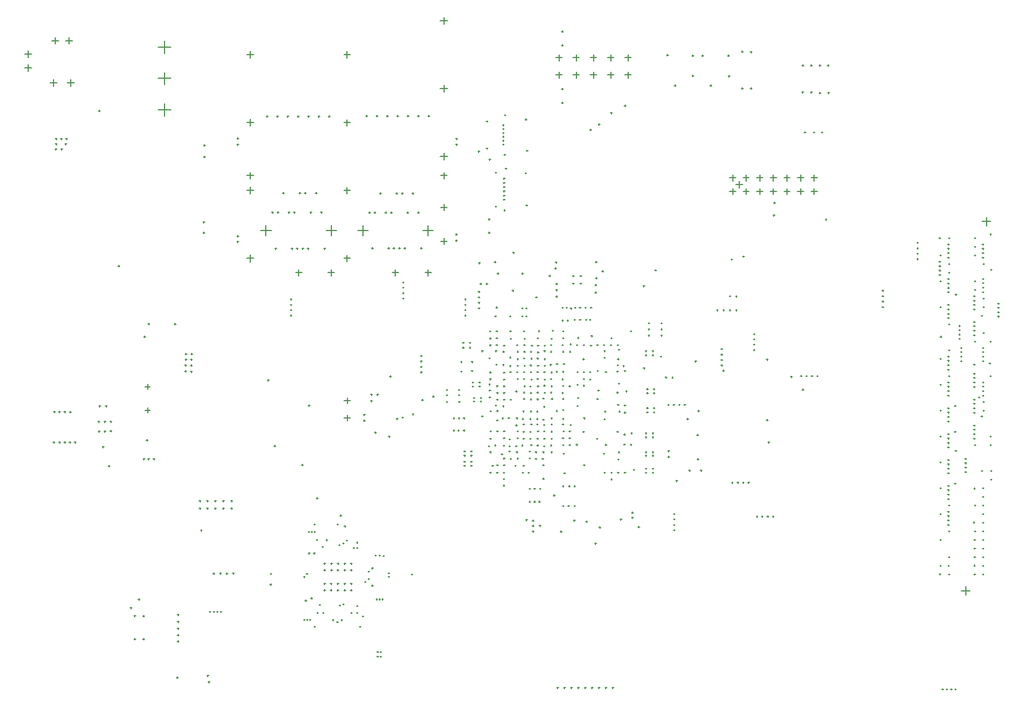
<source format=gbr>
G04 Layer_Color=128*
%FSLAX45Y45*%
%MOMM*%
%TF.FileFunction,Drillmap*%
%TF.Part,Single*%
G01*
G75*
%TA.AperFunction,NonConductor*%
%ADD131C,0.12700*%
D131*
X12574180Y11348720D02*
X12674180D01*
X12624180Y11298720D02*
Y11398720D01*
X12479180Y11248720D02*
X12569180D01*
X12524180Y11203720D02*
Y11293720D01*
X12679180Y11248720D02*
X12769180D01*
X12724180Y11203720D02*
Y11293720D01*
X12879179Y11248720D02*
X12969180D01*
X12924181Y11203720D02*
Y11293720D01*
X13079179Y11248720D02*
X13169180D01*
X13124181Y11203720D02*
Y11293720D01*
X13279179Y11248720D02*
X13369180D01*
X13324181Y11203720D02*
Y11293720D01*
X13479179Y11248720D02*
X13569180D01*
X13524181Y11203720D02*
Y11293720D01*
X13679179Y11248720D02*
X13769180D01*
X13724181Y11203720D02*
Y11293720D01*
X12479180Y11448720D02*
X12569180D01*
X12524180Y11403720D02*
Y11493720D01*
X12679180Y11448720D02*
X12769180D01*
X12724180Y11403720D02*
Y11493720D01*
X12879179Y11448720D02*
X12969180D01*
X12924181Y11403720D02*
Y11493720D01*
X13079179Y11448720D02*
X13169180D01*
X13124181Y11403720D02*
Y11493720D01*
X13279179Y11448720D02*
X13369180D01*
X13324181Y11403720D02*
Y11493720D01*
X13479179Y11448720D02*
X13569180D01*
X13524181Y11403720D02*
Y11493720D01*
X13679179Y11448720D02*
X13769180D01*
X13724181Y11403720D02*
Y11493720D01*
X2481840Y12851199D02*
X2581840D01*
X2531840Y12801199D02*
Y12901199D01*
X2106840Y13271201D02*
X2206840D01*
X2156840Y13221201D02*
Y13321201D01*
X2106840Y13071201D02*
X2206840D01*
X2156840Y13021201D02*
Y13121201D01*
X2706840Y13471201D02*
X2806840D01*
X2756840Y13421201D02*
Y13521201D01*
X2506840Y13471201D02*
X2606840D01*
X2556840Y13421201D02*
Y13521201D01*
X2731840Y12851199D02*
X2831840D01*
X2781840Y12801199D02*
Y12901199D01*
X9924500Y12964160D02*
X10014500D01*
X9969500Y12919160D02*
Y13009160D01*
X9924500Y13218159D02*
X10014500D01*
X9969500Y13173160D02*
Y13263161D01*
X10178500Y12964160D02*
X10268500D01*
X10223500Y12919160D02*
Y13009160D01*
X10178500Y13218159D02*
X10268500D01*
X10223500Y13173160D02*
Y13263161D01*
X10432500Y12964160D02*
X10522500D01*
X10477500Y12919160D02*
Y13009160D01*
X10432500Y13218159D02*
X10522500D01*
X10477500Y13173160D02*
Y13263161D01*
X10686500Y12964160D02*
X10776500D01*
X10731500Y12919160D02*
Y13009160D01*
X10686500Y13218159D02*
X10776500D01*
X10731500Y13173160D02*
Y13263161D01*
X10940500Y12964160D02*
X11030500D01*
X10985500Y12919160D02*
Y13009160D01*
X10940500Y13218159D02*
X11030500D01*
X10985500Y13173160D02*
Y13263161D01*
X16195039Y10806430D02*
X16322040D01*
X16258540Y10742930D02*
Y10869930D01*
X15890240Y5368290D02*
X16017239D01*
X15953740Y5304790D02*
Y5431790D01*
X6807920Y7912100D02*
X6897920D01*
X6852920Y7867100D02*
Y7957100D01*
X6807920Y8166100D02*
X6897920D01*
X6852920Y8121100D02*
Y8211100D01*
X4073100Y12913361D02*
X4258100D01*
X4165600Y12820860D02*
Y13005859D01*
X4073100Y13373360D02*
X4258100D01*
X4165600Y13280859D02*
Y13465860D01*
X4073100Y12453360D02*
X4258100D01*
X4165600Y12360860D02*
Y12545860D01*
X3878580Y8373860D02*
X3954780D01*
X3916680Y8335760D02*
Y8411960D01*
X3878580Y8023860D02*
X3954780D01*
X3916680Y7985760D02*
Y8061960D01*
X5579820Y10673839D02*
X5734820D01*
X5657320Y10596339D02*
Y10751339D01*
X6539820Y10673839D02*
X6694820D01*
X6617320Y10596339D02*
Y10751339D01*
X7004820Y10673840D02*
X7159820D01*
X7082320Y10596340D02*
Y10751340D01*
X7964820Y10673840D02*
X8119820D01*
X8042320Y10596340D02*
Y10751340D01*
X7994820Y10053840D02*
X8089820D01*
X8042320Y10006340D02*
Y10101340D01*
X7514820Y10053840D02*
X7609820D01*
X7562320Y10006340D02*
Y10101340D01*
X6089820Y10053840D02*
X6184820D01*
X6137320Y10006340D02*
Y10101340D01*
X6569820Y10053840D02*
X6664820D01*
X6617320Y10006340D02*
Y10101340D01*
X8227820Y11483840D02*
X8322820D01*
X8275320Y11436340D02*
Y11531340D01*
X5377820Y11483840D02*
X5472820D01*
X5425320Y11436340D02*
Y11531340D01*
X8222820Y13763840D02*
X8327820D01*
X8275320Y13711340D02*
Y13816341D01*
X8222820Y12763840D02*
X8327820D01*
X8275320Y12711340D02*
Y12816341D01*
X8222820Y11763840D02*
X8327820D01*
X8275320Y11711340D02*
Y11816340D01*
X8227820Y11013840D02*
X8322820D01*
X8275320Y10966340D02*
Y11061340D01*
X8227820Y10513840D02*
X8322820D01*
X8275320Y10466340D02*
Y10561340D01*
X5372820Y13263840D02*
X5477820D01*
X5425320Y13211340D02*
Y13316341D01*
X5372820Y12263840D02*
X5477820D01*
X5425320Y12211340D02*
Y12316340D01*
X5372820Y11263840D02*
X5477820D01*
X5425320Y11211340D02*
Y11316340D01*
X5372820Y10263840D02*
X5477820D01*
X5425320Y10211340D02*
Y10316340D01*
X6802820Y10263840D02*
X6897820D01*
X6850320Y10216340D02*
Y10311340D01*
X6802820Y11263840D02*
X6897820D01*
X6850320Y11216340D02*
Y11311340D01*
X6802820Y12263840D02*
X6897820D01*
X6850320Y12216340D02*
Y12311340D01*
X6802820Y13263840D02*
X6897820D01*
X6850320Y13216341D02*
Y13311340D01*
X9729821Y7409985D02*
X9750141D01*
X9739981Y7399825D02*
Y7420145D01*
X9619821Y7409985D02*
X9640141D01*
X9629981Y7399825D02*
Y7420145D01*
X15689580Y8309610D02*
X15709900D01*
X15699741Y8299450D02*
Y8319770D01*
X15689580Y8375250D02*
X15709900D01*
X15699741Y8365090D02*
Y8385410D01*
X10629840Y8800000D02*
X10650160D01*
X10640000Y8789840D02*
Y8810160D01*
X10849840Y8010000D02*
X10870160D01*
X10860000Y7999840D02*
Y8020160D01*
X9349821Y8889982D02*
X9370141D01*
X9359981Y8879822D02*
Y8900142D01*
X15562579Y10152380D02*
X15582899D01*
X15572740Y10142220D02*
Y10162540D01*
X11656060Y6421100D02*
X11676380D01*
X11666220Y6410940D02*
Y6431260D01*
X9229840Y7420000D02*
X9250160D01*
X9240000Y7409840D02*
Y7430160D01*
X15562579Y10086340D02*
X15582899D01*
X15572740Y10076180D02*
Y10096500D01*
X9151720Y7317840D02*
X9172040D01*
X9161880Y7307680D02*
Y7328000D01*
X11656060Y6341100D02*
X11676380D01*
X11666220Y6330940D02*
Y6351260D01*
X9249840Y7310000D02*
X9270160D01*
X9260000Y7299840D02*
Y7320160D01*
X15689580Y7546340D02*
X15709900D01*
X15699741Y7536180D02*
Y7556500D01*
X15689580Y7613250D02*
X15709900D01*
X15699741Y7603090D02*
Y7623410D01*
X9351720Y7317840D02*
X9372040D01*
X9361880Y7307680D02*
Y7328000D01*
X9439201Y7209155D02*
X9459521D01*
X9449361Y7198995D02*
Y7219315D01*
X9319821Y7209986D02*
X9340141D01*
X9329981Y7199826D02*
Y7220146D01*
X9529821Y7319985D02*
X9550141D01*
X9539981Y7309825D02*
Y7330145D01*
X9619840Y7310000D02*
X9640160D01*
X9630000Y7299840D02*
Y7320160D01*
X10821636Y7711796D02*
X10841956D01*
X10831796Y7701636D02*
Y7721956D01*
X10843880Y7410000D02*
X10864200D01*
X10854040Y7399840D02*
Y7420160D01*
X15852139Y9211310D02*
X15872459D01*
X15862300Y9201150D02*
Y9221470D01*
X9251720Y8182280D02*
X9272040D01*
X9261880Y8172120D02*
Y8192440D01*
X15852139Y9144000D02*
X15872459D01*
X15862300Y9133840D02*
Y9154160D01*
X9151720Y8182280D02*
X9172040D01*
X9161880Y8172120D02*
Y8192440D01*
X9639821Y8009984D02*
X9660141D01*
X9649981Y7999824D02*
Y8020144D01*
X9049840Y7880000D02*
X9070160D01*
X9060000Y7869840D02*
Y7890160D01*
X16070580Y8122920D02*
X16090900D01*
X16080740Y8112760D02*
Y8133080D01*
X16070580Y8055610D02*
X16090900D01*
X16080740Y8045450D02*
Y8065770D01*
X9219500Y7914500D02*
X9239820D01*
X9229660Y7904340D02*
Y7924660D01*
X9339840Y7910000D02*
X9360160D01*
X9350000Y7899840D02*
Y7920160D01*
X10525760Y8191500D02*
X10546080D01*
X10535920Y8181340D02*
Y8201660D01*
X9729840Y7220000D02*
X9750160D01*
X9740000Y7209840D02*
Y7230160D01*
X9719840Y7310000D02*
X9740160D01*
X9730000Y7299840D02*
Y7320160D01*
X9529821Y7419985D02*
X9550141D01*
X9539981Y7409825D02*
Y7430145D01*
X9539840Y7710000D02*
X9560160D01*
X9550000Y7699840D02*
Y7720160D01*
X9439840Y7710000D02*
X9460160D01*
X9450000Y7699840D02*
Y7720160D01*
X15689580Y9831070D02*
X15709900D01*
X15699741Y9820910D02*
Y9841230D01*
X12951480Y6461760D02*
X12971800D01*
X12961639Y6451600D02*
Y6471920D01*
X15689580Y9897110D02*
X15709900D01*
X15699741Y9886950D02*
Y9907270D01*
X13031480Y6461760D02*
X13051801D01*
X13041640Y6451600D02*
Y6471920D01*
X9151720Y7617840D02*
X9172040D01*
X9161880Y7607680D02*
Y7628000D01*
X9151720Y7717840D02*
X9172040D01*
X9161880Y7707680D02*
Y7728000D01*
X8981525Y7210620D02*
X9001845D01*
X8991685Y7200460D02*
Y7220780D01*
X9049822Y7109986D02*
X9070142D01*
X9059982Y7099826D02*
Y7120146D01*
X9429821Y7109986D02*
X9450141D01*
X9439981Y7099826D02*
Y7120146D01*
X9149822Y7109986D02*
X9170142D01*
X9159982Y7099826D02*
Y7120146D01*
X8950960Y7110000D02*
X8971280D01*
X8961120Y7099840D02*
Y7120160D01*
X9119840Y7380000D02*
X9140160D01*
X9130000Y7369840D02*
Y7390160D01*
X9419821Y7509985D02*
X9440141D01*
X9429981Y7499825D02*
Y7520145D01*
X9329821Y7499985D02*
X9350141D01*
X9339981Y7489825D02*
Y7510145D01*
X15689580Y8690610D02*
X15709900D01*
X15699741Y8680450D02*
Y8700770D01*
X15689580Y8756250D02*
X15709900D01*
X15699741Y8746090D02*
Y8766410D01*
X8939840Y8320000D02*
X8960160D01*
X8950000Y8309840D02*
Y8330160D01*
X8939822Y8219984D02*
X8960142D01*
X8949982Y8209824D02*
Y8230144D01*
X16200121Y8817610D02*
X16220441D01*
X16210280Y8807450D02*
Y8827770D01*
X16200121Y8884920D02*
X16220441D01*
X16210280Y8874760D02*
Y8895080D01*
X16311880Y9039860D02*
X16332201D01*
X16322040Y9029700D02*
Y9050020D01*
X16198880Y8945850D02*
X16219200D01*
X16209039Y8935690D02*
Y8956010D01*
X9559821Y8979982D02*
X9580141D01*
X9569981Y8969822D02*
Y8990142D01*
X9239821Y8679983D02*
X9260142D01*
X9249981Y8669823D02*
Y8690143D01*
X15689580Y7928610D02*
X15709900D01*
X15699741Y7918450D02*
Y7938770D01*
X15689580Y7994250D02*
X15709900D01*
X15699741Y7984090D02*
Y8004410D01*
X9849840Y7713700D02*
X9870160D01*
X9860000Y7703540D02*
Y7723860D01*
X10019820Y8029984D02*
X10040140D01*
X10029980Y8019824D02*
Y8040144D01*
X9856000Y8195640D02*
X9876320D01*
X9866160Y8185480D02*
Y8205800D01*
X9739820Y8079984D02*
X9760140D01*
X9749980Y8069824D02*
Y8090144D01*
X9729821Y8199984D02*
X9750141D01*
X9739981Y8189824D02*
Y8210144D01*
X13681700Y8531860D02*
X13702020D01*
X13691859Y8521700D02*
Y8542020D01*
X15237460Y10415260D02*
X15257780D01*
X15247620Y10405100D02*
Y10425420D01*
X15689580Y10408080D02*
X15709900D01*
X15699741Y10397920D02*
Y10418240D01*
X9151720Y8282280D02*
X9172040D01*
X9161880Y8272120D02*
Y8292440D01*
X15689580Y10341610D02*
X15709900D01*
X15699741Y10331450D02*
Y10351770D01*
X15237460Y10335260D02*
X15257780D01*
X15247620Y10325100D02*
Y10345420D01*
X13601700Y8531860D02*
X13622020D01*
X13611861Y8521700D02*
Y8542020D01*
X9151720Y8382280D02*
X9172040D01*
X9161880Y8372120D02*
Y8392440D01*
X15689580Y6851250D02*
X15709900D01*
X15699741Y6841090D02*
Y6861410D01*
X15689580Y6785610D02*
X15709900D01*
X15699741Y6775450D02*
Y6795770D01*
X9051720Y7717840D02*
X9072040D01*
X9061880Y7707680D02*
Y7728000D01*
X8951720Y7717840D02*
X8972040D01*
X8961880Y7707680D02*
Y7728000D01*
X9129822Y7909984D02*
X9150142D01*
X9139982Y7899824D02*
Y7920144D01*
X9151720Y8482280D02*
X9172040D01*
X9161880Y8472120D02*
Y8492440D01*
X9151720Y8582280D02*
X9172040D01*
X9161880Y8572120D02*
Y8592440D01*
X15666721Y3919220D02*
X15687041D01*
X15676880Y3909060D02*
Y3929380D01*
X15732761Y3919220D02*
X15753081D01*
X15742920Y3909060D02*
Y3929380D01*
X7571740Y7901940D02*
X7597140D01*
X7584440Y7889240D02*
Y7914640D01*
X8948380Y8585620D02*
X8968700D01*
X8958540Y8575460D02*
Y8595780D01*
X8948380Y8485620D02*
X8968700D01*
X8958540Y8475460D02*
Y8495780D01*
X8679840Y8740000D02*
X8700160D01*
X8690000Y8729840D02*
Y8750160D01*
X8679840Y8610000D02*
X8700160D01*
X8690000Y8599840D02*
Y8620160D01*
X8519840Y8600000D02*
X8540160D01*
X8530000Y8589840D02*
Y8610160D01*
X8519840Y8740000D02*
X8540160D01*
X8530000Y8729840D02*
Y8750160D01*
X15689580Y7103110D02*
X15709900D01*
X15699741Y7092950D02*
Y7113270D01*
X12829814Y9149982D02*
X12850134D01*
X12839973Y9139822D02*
Y9160142D01*
X9438640Y8011160D02*
X9458960D01*
X9448800Y8001000D02*
Y8021320D01*
X9546260Y8011160D02*
X9566580D01*
X9556420Y8001000D02*
Y8021320D01*
X9429840Y7900000D02*
X9450160D01*
X9440000Y7889840D02*
Y7910160D01*
X9443720Y8196580D02*
X9464040D01*
X9453880Y8186420D02*
Y8206740D01*
X9639840Y7900000D02*
X9660160D01*
X9650000Y7889840D02*
Y7910160D01*
X9539840Y7900000D02*
X9560160D01*
X9550000Y7889840D02*
Y7910160D01*
X9543940Y8190060D02*
X9564260D01*
X9554100Y8179900D02*
Y8200220D01*
X9331960Y7806100D02*
X9352280D01*
X9342120Y7795940D02*
Y7816260D01*
X8956040Y8016240D02*
X8976360D01*
X8966200Y8006080D02*
Y8026400D01*
X9029840Y8100000D02*
X9050160D01*
X9040000Y8089840D02*
Y8110160D01*
X9539821Y8379983D02*
X9560141D01*
X9549981Y8369823D02*
Y8390143D01*
X9552940Y8478520D02*
X9573260D01*
X9563100Y8468360D02*
Y8488680D01*
X9843940Y8490060D02*
X9864260D01*
X9854100Y8479900D02*
Y8500220D01*
X8829822Y8899982D02*
X8850142D01*
X8839982Y8889822D02*
Y8910142D01*
X10319819Y8779982D02*
X10340139D01*
X10329979Y8769822D02*
Y8790142D01*
X10129820Y8999982D02*
X10150140D01*
X10139980Y8989822D02*
Y9010142D01*
X10009820Y8989982D02*
X10030140D01*
X10019980Y8979822D02*
Y9000142D01*
X10238740Y9093200D02*
X10259060D01*
X10248900Y9083040D02*
Y9103360D01*
X11279840Y9310000D02*
X11300160D01*
X11290000Y9299840D02*
Y9320160D01*
X10829818Y8109984D02*
X10850138D01*
X10839978Y8099824D02*
Y8120144D01*
X10923380Y7670877D02*
X10943700D01*
X10933540Y7660717D02*
Y7681037D01*
X10029820Y7389985D02*
X10050140D01*
X10039980Y7379825D02*
Y7400145D01*
X12567920Y9502140D02*
X12588240D01*
X12578080Y9491980D02*
Y9512300D01*
X10116160Y7517840D02*
X10136480D01*
X10126320Y7507680D02*
Y7528000D01*
X12475633Y9502140D02*
X12495953D01*
X12485793Y9491980D02*
Y9512300D01*
X10116160Y7617840D02*
X10136480D01*
X10126320Y7607680D02*
Y7628000D01*
X12383347Y9502140D02*
X12403667D01*
X12393507Y9491980D02*
Y9512300D01*
X11359840Y8000000D02*
X11380160D01*
X11370000Y7989840D02*
Y8010160D01*
X11259840Y8000000D02*
X11280160D01*
X11270000Y7989840D02*
Y8010160D01*
X11359840Y8060000D02*
X11380160D01*
X11370000Y8049840D02*
Y8070160D01*
X11021060Y7520940D02*
X11041380D01*
X11031220Y7510780D02*
Y7531100D01*
X11971020Y8747760D02*
X11991340D01*
X11981180Y8737600D02*
Y8757920D01*
X12354560Y8928100D02*
X12374880D01*
X12364720Y8917940D02*
Y8938260D01*
X12354560Y8848100D02*
X12374880D01*
X12364720Y8837940D02*
Y8858260D01*
X12354560Y8688100D02*
X12374880D01*
X12364720Y8677940D02*
Y8698260D01*
X11629840Y8510000D02*
X11650160D01*
X11640000Y8499840D02*
Y8520160D01*
X10319840Y7710000D02*
X10340160D01*
X10330000Y7699840D02*
Y7720160D01*
X9739820Y7499985D02*
X9760140D01*
X9749980Y7489825D02*
Y7510145D01*
X9729821Y7889984D02*
X9750141D01*
X9739981Y7879824D02*
Y7900144D01*
X9849820Y7909984D02*
X9870140D01*
X9859980Y7899824D02*
Y7920144D01*
X9439821Y7819984D02*
X9460141D01*
X9449981Y7809824D02*
Y7830144D01*
X9639821Y7819984D02*
X9660141D01*
X9649981Y7809824D02*
Y7830144D01*
X9849820Y7819984D02*
X9870140D01*
X9859980Y7809824D02*
Y7830144D01*
X10129840Y7810500D02*
X10150160D01*
X10140000Y7800340D02*
Y7820660D01*
X9739820Y7809984D02*
X9760140D01*
X9749980Y7799824D02*
Y7820144D01*
X10835640Y7302500D02*
X10855960D01*
X10845800Y7292340D02*
Y7312660D01*
X9149840Y7507460D02*
X9170160D01*
X9160000Y7497300D02*
Y7517620D01*
X10022840Y7901940D02*
X10043160D01*
X10033000Y7891780D02*
Y7912100D01*
X9744100Y7610220D02*
X9764420D01*
X9754260Y7600060D02*
Y7620380D01*
X9029840Y11030000D02*
X9050160D01*
X9040000Y11019840D02*
Y11040160D01*
X9029840Y11530000D02*
X9050160D01*
X9040000Y11519840D02*
Y11540160D01*
X7161096Y5539989D02*
X7178876D01*
X7169986Y5531099D02*
Y5548879D01*
X7108190Y5504180D02*
X7125970D01*
X7117080Y5495290D02*
Y5513070D01*
X7161096Y5649989D02*
X7178876D01*
X7169986Y5641099D02*
Y5658879D01*
X8780780Y9692620D02*
X8801100D01*
X8790940Y9682460D02*
Y9702780D01*
X7665720Y9833600D02*
X7686040D01*
X7675880Y9823440D02*
Y9843760D01*
X8780780Y9612620D02*
X8801100D01*
X8790940Y9602460D02*
Y9622780D01*
X7665720Y9753600D02*
X7686040D01*
X7675880Y9743440D02*
Y9763760D01*
X8582660Y9583400D02*
X8602980D01*
X8592820Y9573240D02*
Y9593560D01*
X6017260Y9583416D02*
X6037580D01*
X6027420Y9573256D02*
Y9593576D01*
X8582660Y9503400D02*
X8602980D01*
X8592820Y9493240D02*
Y9513560D01*
X6017260Y9503416D02*
X6037580D01*
X6027420Y9493256D02*
Y9513576D01*
X9443940Y9190060D02*
X9464260D01*
X9454100Y9179900D02*
Y9200220D01*
X9729840Y7020000D02*
X9750160D01*
X9740000Y7009840D02*
Y7030160D01*
X9679840Y6870000D02*
X9700160D01*
X9690000Y6859840D02*
Y6880160D01*
X15880080Y8754110D02*
X15900400D01*
X15890240Y8743950D02*
Y8764270D01*
X15689580Y8624570D02*
X15709900D01*
X15699741Y8614410D02*
Y8634730D01*
X10359840Y9360000D02*
X10380160D01*
X10370000Y9349840D02*
Y9370160D01*
X10269840Y9360000D02*
X10290160D01*
X10280000Y9349840D02*
Y9370160D01*
X10419840Y9360000D02*
X10440160D01*
X10430000Y9349840D02*
Y9370160D01*
X9141460Y12227560D02*
X9161780D01*
X9151620Y12217400D02*
Y12237720D01*
X5901760Y11226058D02*
X5927160D01*
X5914460Y11213358D02*
Y11238758D01*
X9141460Y12170664D02*
X9161780D01*
X9151620Y12160504D02*
Y12180824D01*
X6141760Y11226058D02*
X6167160D01*
X6154460Y11213358D02*
Y11238758D01*
X9141460Y12113768D02*
X9161780D01*
X9151620Y12103608D02*
Y12123928D01*
X6221440Y11226058D02*
X6246840D01*
X6234140Y11213358D02*
Y11238758D01*
X9141460Y12056872D02*
X9161780D01*
X9151620Y12046712D02*
Y12067032D01*
X6381460Y11226058D02*
X6406860D01*
X6394160Y11213358D02*
Y11238758D01*
X9141460Y11999976D02*
X9161780D01*
X9151620Y11989816D02*
Y12010136D01*
X6301760Y10942320D02*
X6327160D01*
X6314460Y10929620D02*
Y10955020D01*
X9141460Y11943080D02*
X9161780D01*
X9151620Y11932920D02*
Y11953240D01*
X6061760Y10942320D02*
X6087160D01*
X6074460Y10929620D02*
Y10955020D01*
X9151620Y11440160D02*
X9171940D01*
X9161780Y11430000D02*
Y11450320D01*
X7327920Y11220978D02*
X7353320D01*
X7340620Y11208278D02*
Y11233678D01*
X9151620Y11378184D02*
X9171940D01*
X9161780Y11368024D02*
Y11388344D01*
X7567920Y11220978D02*
X7593320D01*
X7580620Y11208278D02*
Y11233678D01*
X9151620Y11316208D02*
X9171940D01*
X9161780Y11306048D02*
Y11326368D01*
X7647920Y11220978D02*
X7673320D01*
X7660620Y11208278D02*
Y11233678D01*
X9151620Y11254232D02*
X9171940D01*
X9161780Y11244072D02*
Y11264392D01*
X7807620Y11220978D02*
X7833020D01*
X7820320Y11208278D02*
Y11233678D01*
X9151620Y11192256D02*
X9171940D01*
X9161780Y11182096D02*
Y11202416D01*
X7727920Y10937240D02*
X7753320D01*
X7740620Y10924540D02*
Y10949940D01*
X9151620Y11130280D02*
X9171940D01*
X9161780Y11120120D02*
Y11140440D01*
X7487920Y10937240D02*
X7513320D01*
X7500620Y10924540D02*
Y10949940D01*
X15689580Y8436610D02*
X15709900D01*
X15699741Y8426450D02*
Y8446770D01*
X15689540Y9446260D02*
X15709860D01*
X15699699Y9436100D02*
Y9456420D01*
X15689580Y9579610D02*
X15709900D01*
X15699741Y9569450D02*
Y9589770D01*
X15689580Y9516110D02*
X15709900D01*
X15699741Y9505950D02*
Y9526270D01*
X15575281Y9547860D02*
X15595599D01*
X15585440Y9537700D02*
Y9558020D01*
X15689580Y9386570D02*
X15709900D01*
X15699741Y9376410D02*
Y9396730D01*
X10189840Y6910000D02*
X10210160D01*
X10200000Y6899840D02*
Y6920160D01*
X10109840Y6910000D02*
X10130160D01*
X10120000Y6899840D02*
Y6920160D01*
X10019840Y6910000D02*
X10040160D01*
X10030000Y6899840D02*
Y6920160D01*
X10019840Y6620000D02*
X10040160D01*
X10030000Y6609840D02*
Y6630160D01*
X9987300Y6240000D02*
X10012700D01*
X10000000Y6227300D02*
Y6252700D01*
X12832080Y9075420D02*
X12852400D01*
X12842239Y9065260D02*
Y9085580D01*
X12832080Y8995420D02*
X12852400D01*
X12842239Y8985260D02*
Y9005580D01*
X15689580Y6470250D02*
X15709900D01*
X15699741Y6460090D02*
Y6480410D01*
X16202660Y6499860D02*
X16222980D01*
X16212820Y6489700D02*
Y6510020D01*
X15689580Y6404610D02*
X15709900D01*
X15699741Y6394450D02*
Y6414770D01*
X16202660Y6372860D02*
X16222980D01*
X16212820Y6362700D02*
Y6383020D01*
X15689580Y6341110D02*
X15709900D01*
X15699741Y6330950D02*
Y6351270D01*
X8829840Y7940000D02*
X8850160D01*
X8840000Y7929840D02*
Y7950160D01*
X9869840Y9200160D02*
X9890160D01*
X9880000Y9190000D02*
Y9210320D01*
X9749820Y8979982D02*
X9770140D01*
X9759980Y8969822D02*
Y8990142D01*
X9649821Y9089982D02*
X9670141D01*
X9659981Y9079822D02*
Y9100142D01*
X10020300Y8595360D02*
X10040620D01*
X10030460Y8585200D02*
Y8605520D01*
X10019840Y8890000D02*
X10040160D01*
X10030000Y8879840D02*
Y8900160D01*
X10909818Y8679983D02*
X10930138D01*
X10919978Y8669823D02*
Y8690143D01*
X11209020Y8646160D02*
X11234420D01*
X11221720Y8633460D02*
Y8658860D01*
X10929620Y12514580D02*
X10955020D01*
X10942320Y12501880D02*
Y12527280D01*
X10728960Y12409170D02*
X10754360D01*
X10741660Y12396470D02*
Y12421870D01*
X10543540Y12237720D02*
X10568940D01*
X10556240Y12225020D02*
Y12250420D01*
X10421620Y12156440D02*
X10447020D01*
X10434320Y12143740D02*
Y12169140D01*
X6791096Y5169990D02*
X6808876D01*
X6799986Y5161100D02*
Y5178880D01*
X6249922Y5621020D02*
X6267702D01*
X6258812Y5612130D02*
Y5629910D01*
X7932420Y8667740D02*
X7952740D01*
X7942580Y8657580D02*
Y8677900D01*
X7659840Y7920000D02*
X7680160D01*
X7670000Y7909840D02*
Y7930160D01*
X7809840Y7970000D02*
X7830160D01*
X7820000Y7959840D02*
Y7980160D01*
X6807286Y6319987D02*
X6832686D01*
X6819986Y6307287D02*
Y6332687D01*
X4821110Y5060000D02*
X4838890D01*
X4830000Y5051110D02*
Y5068890D01*
X3857300Y9110000D02*
X3882700D01*
X3870000Y9097300D02*
Y9122700D01*
X9643880Y7610000D02*
X9664200D01*
X9654040Y7599840D02*
Y7620160D01*
X9849840Y7610000D02*
X9870160D01*
X9860000Y7599840D02*
Y7620160D01*
X11459840Y8820000D02*
X11480160D01*
X11470000Y8809840D02*
Y8830160D01*
X8109840Y8230000D02*
X8130160D01*
X8120000Y8219840D02*
Y8240160D01*
X7949840Y8180000D02*
X7970160D01*
X7960000Y8169840D02*
Y8190160D01*
X7257300Y7700000D02*
X7282700D01*
X7270000Y7687300D02*
Y7712700D01*
X7457300Y7640000D02*
X7482700D01*
X7470000Y7627300D02*
Y7652700D01*
X16070580Y9579610D02*
X16090900D01*
X16080740Y9569450D02*
Y9589770D01*
X14724380Y9629140D02*
X14744701D01*
X14734540Y9618980D02*
Y9639300D01*
X12670800Y6962140D02*
X12691120D01*
X12680960Y6951980D02*
Y6972300D01*
X12590800Y6962140D02*
X12611120D01*
X12600960Y6951980D02*
Y6972300D01*
X16070580Y9643110D02*
X16090900D01*
X16080740Y9632950D02*
Y9653270D01*
X14724380Y9709140D02*
X14744701D01*
X14734540Y9698980D02*
Y9719300D01*
X9151720Y7217840D02*
X9172040D01*
X9161880Y7207680D02*
Y7228000D01*
X13547301Y8330000D02*
X13572701D01*
X13560001Y8317300D02*
Y8342700D01*
X13377299Y8520000D02*
X13402699D01*
X13389999Y8507300D02*
Y8532700D01*
X10189840Y6620000D02*
X10210160D01*
X10200000Y6609840D02*
Y6630160D01*
X10099840Y6620000D02*
X10120160D01*
X10110000Y6609840D02*
Y6630160D01*
X9626600Y9692640D02*
X9646920D01*
X9636760Y9682480D02*
Y9702800D01*
X11469840Y9130000D02*
X11490160D01*
X11480000Y9119840D02*
Y9140160D01*
X11469840Y9220000D02*
X11490160D01*
X11480000Y9209840D02*
Y9230160D01*
X11279840Y9130000D02*
X11300160D01*
X11290000Y9119840D02*
Y9140160D01*
X11279840Y9220000D02*
X11300160D01*
X11290000Y9209840D02*
Y9230160D01*
X11207300Y9860000D02*
X11232700D01*
X11220000Y9847300D02*
Y9872700D01*
X9017300Y10210000D02*
X9042700D01*
X9030000Y10197300D02*
Y10222700D01*
X10867300Y6420000D02*
X10892700D01*
X10880000Y6407300D02*
Y6432700D01*
X9529840Y6870000D02*
X9550160D01*
X9540000Y6859840D02*
Y6880160D01*
X9599840Y6870000D02*
X9620160D01*
X9610000Y6859840D02*
Y6880160D01*
X9669840Y6680000D02*
X9690160D01*
X9680000Y6669840D02*
Y6690160D01*
X9599840Y6680000D02*
X9620160D01*
X9610000Y6669840D02*
Y6690160D01*
X9529840Y6680000D02*
X9550160D01*
X9540000Y6669840D02*
Y6690160D01*
X3997300Y7310000D02*
X4022700D01*
X4010000Y7297300D02*
Y7322700D01*
X3917300Y7310000D02*
X3942700D01*
X3930000Y7297300D02*
Y7322700D01*
X3847300Y7310000D02*
X3872700D01*
X3860000Y7297300D02*
Y7322700D01*
X3477300Y10150000D02*
X3502700D01*
X3490000Y10137300D02*
Y10162700D01*
X16309840Y10620000D02*
X16330161D01*
X16320000Y10609840D02*
Y10630160D01*
X16319839Y10100000D02*
X16340160D01*
X16330000Y10089840D02*
Y10110160D01*
X16299840Y8720000D02*
X16320160D01*
X16310001Y8709840D02*
Y8730160D01*
X16069839Y8700000D02*
X16090160D01*
X16080000Y8689840D02*
Y8710160D01*
X16139841Y8220000D02*
X16160159D01*
X16150000Y8209840D02*
Y8230160D01*
X16179840Y7940000D02*
X16200160D01*
X16189999Y7929840D02*
Y7950160D01*
X16184880Y7134860D02*
X16205200D01*
X16195039Y7124700D02*
Y7145020D01*
X15789841Y6950000D02*
X15810159D01*
X15800000Y6939840D02*
Y6960160D01*
X15575281Y7261860D02*
X15595599D01*
X15585440Y7251700D02*
Y7272020D01*
X15799840Y7430000D02*
X15820160D01*
X15810001Y7419840D02*
Y7440160D01*
X15575281Y7642860D02*
X15595599D01*
X15585440Y7632700D02*
Y7653020D01*
X15789841Y7710000D02*
X15810159D01*
X15800000Y7699840D02*
Y7720160D01*
X15789841Y8090000D02*
X15810159D01*
X15800000Y8079840D02*
Y8100160D01*
X15579840Y9110000D02*
X15600160D01*
X15589999Y9099840D02*
Y9120160D01*
X15799840Y9730000D02*
X15820160D01*
X15810001Y9719840D02*
Y9740160D01*
X16083279Y7515860D02*
X16103600D01*
X16093440Y7505700D02*
Y7526020D01*
X16311880Y7515860D02*
X16332201D01*
X16322040Y7505700D02*
Y7526020D01*
X16311880Y7642860D02*
X16332201D01*
X16322040Y7632700D02*
Y7653020D01*
X16210280Y8023860D02*
X16230600D01*
X16220441Y8013700D02*
Y8034020D01*
X16210280Y8150860D02*
X16230600D01*
X16220441Y8140700D02*
Y8161020D01*
X16311880Y8531860D02*
X16332201D01*
X16322040Y8521700D02*
Y8542020D01*
X16083279Y9039860D02*
X16103600D01*
X16093440Y9029700D02*
Y9050020D01*
X16210280Y9166860D02*
X16230600D01*
X16220441Y9156700D02*
Y9177020D01*
X16184880Y9420860D02*
X16205200D01*
X16195039Y9410700D02*
Y9431020D01*
X16210280Y9547860D02*
X16230600D01*
X16220441Y9537700D02*
Y9558020D01*
X16210280Y9674860D02*
X16230600D01*
X16220441Y9664700D02*
Y9685020D01*
X16083279Y9801860D02*
X16103600D01*
X16093440Y9791700D02*
Y9812020D01*
X16210280Y10182860D02*
X16230600D01*
X16220441Y10172700D02*
Y10193020D01*
X15702280Y10563860D02*
X15722600D01*
X15712440Y10553700D02*
Y10574020D01*
X15575281Y10309860D02*
X15595599D01*
X15585440Y10299700D02*
Y10320020D01*
X15702280Y10182860D02*
X15722600D01*
X15712440Y10172700D02*
Y10193020D01*
X15702280Y10055860D02*
X15722600D01*
X15712440Y10045700D02*
Y10066020D01*
X15575281Y9928860D02*
X15595599D01*
X15585440Y9918700D02*
Y9939020D01*
X15702280Y9293860D02*
X15722600D01*
X15712440Y9283700D02*
Y9304020D01*
X15702280Y8912860D02*
X15722600D01*
X15712440Y8902700D02*
Y8923020D01*
X15575281Y8785860D02*
X15595599D01*
X15585440Y8775700D02*
Y8796020D01*
X15702280Y8531860D02*
X15722600D01*
X15712440Y8521700D02*
Y8542020D01*
X15575281Y8404860D02*
X15595599D01*
X15585440Y8394700D02*
Y8415020D01*
X15575281Y8023860D02*
X15595599D01*
X15585440Y8013700D02*
Y8034020D01*
X15575281Y6880860D02*
X15595599D01*
X15585440Y6870700D02*
Y6891020D01*
X15575281Y6499860D02*
X15595599D01*
X15585440Y6489700D02*
Y6510020D01*
X15702280Y6626860D02*
X15722600D01*
X15712440Y6616700D02*
Y6637020D01*
X15702280Y5610860D02*
X15722600D01*
X15712440Y5600700D02*
Y5621020D01*
X15575281Y5737860D02*
X15595599D01*
X15585440Y5727700D02*
Y5748020D01*
X15702280Y5864860D02*
X15722600D01*
X15712440Y5854700D02*
Y5875020D01*
X15575281Y6118860D02*
X15595599D01*
X15585440Y6108700D02*
Y6129020D01*
X15702280Y6245860D02*
X15722600D01*
X15712440Y6235700D02*
Y6256020D01*
X11029840Y7690000D02*
X11050160D01*
X11040000Y7679840D02*
Y7700160D01*
X10189840Y9360000D02*
X10210160D01*
X10200000Y9349840D02*
Y9370160D01*
X10439840Y9120000D02*
X10460160D01*
X10450000Y9109840D02*
Y9130160D01*
X10429840Y9540000D02*
X10450160D01*
X10440000Y9529840D02*
Y9550160D01*
X10349840Y9540000D02*
X10370160D01*
X10360000Y9529840D02*
Y9550160D01*
X10269840Y9540000D02*
X10290160D01*
X10280000Y9529840D02*
Y9550160D01*
X10199840Y9540000D02*
X10220160D01*
X10210000Y9529840D02*
Y9550160D01*
X10069840Y9540000D02*
X10090160D01*
X10080000Y9529840D02*
Y9550160D01*
X10009840Y9540000D02*
X10030160D01*
X10020000Y9529840D02*
Y9550160D01*
X10009840Y9350000D02*
X10030160D01*
X10020000Y9339840D02*
Y9360160D01*
X9449840Y8990000D02*
X9470160D01*
X9460000Y8979840D02*
Y9000160D01*
X16197580Y10341610D02*
X16217900D01*
X16207739Y10331450D02*
Y10351770D01*
X9449840Y8890000D02*
X9470160D01*
X9460000Y8879840D02*
Y8900160D01*
X16197580Y10407250D02*
X16217900D01*
X16207739Y10397090D02*
Y10417410D01*
X10229840Y8090000D02*
X10250160D01*
X10240000Y8079840D02*
Y8100160D01*
X10639840Y8010000D02*
X10660160D01*
X10650000Y7999840D02*
Y8020160D01*
X9349840Y8490000D02*
X9370160D01*
X9360000Y8479840D02*
Y8500160D01*
X10629840Y8900000D02*
X10650160D01*
X10640000Y8889840D02*
Y8910160D01*
X9343940Y8990060D02*
X9364260D01*
X9354100Y8979900D02*
Y9000220D01*
X7076910Y4995800D02*
X7094690D01*
X7085800Y4986910D02*
Y5004690D01*
X6841110Y6110000D02*
X6858890D01*
X6850000Y6101110D02*
Y6118890D01*
X6401110Y6120000D02*
X6418890D01*
X6410000Y6111110D02*
Y6128890D01*
X6991110Y6080000D02*
X7008890D01*
X7000000Y6071110D02*
Y6088890D01*
X6987749Y5996639D02*
X7005529D01*
X6996639Y5987749D02*
Y6005529D01*
X6937749Y5996639D02*
X6955529D01*
X6946639Y5987749D02*
Y6005529D01*
X8569840Y7210000D02*
X8590160D01*
X8580000Y7199840D02*
Y7220160D01*
X8569840Y7270000D02*
X8590160D01*
X8580000Y7259840D02*
Y7280160D01*
X8669840Y7210000D02*
X8690160D01*
X8680000Y7199840D02*
Y7220160D01*
X8669840Y7270000D02*
X8690160D01*
X8680000Y7259840D02*
Y7280160D01*
X8669840Y7360000D02*
X8690160D01*
X8680000Y7349840D02*
Y7370160D01*
X8669840Y7420000D02*
X8690160D01*
X8680000Y7409840D02*
Y7430160D01*
X8569840Y7360000D02*
X8590160D01*
X8580000Y7349840D02*
Y7370160D01*
X8569840Y7420000D02*
X8590160D01*
X8580000Y7409840D02*
Y7430160D01*
X8949822Y7409985D02*
X8970142D01*
X8959982Y7399825D02*
Y7420145D01*
X15943581Y7183120D02*
X15963901D01*
X15953740Y7172960D02*
Y7193280D01*
X9019822Y7509985D02*
X9040142D01*
X9029982Y7499825D02*
Y7520145D01*
X15943581Y7249160D02*
X15963901D01*
X15953740Y7239000D02*
Y7259320D01*
X9233140Y7499260D02*
X9253460D01*
X9243300Y7489100D02*
Y7509420D01*
X9233140Y7599260D02*
X9253460D01*
X9243300Y7589100D02*
Y7609420D01*
X16070580Y8436610D02*
X16090900D01*
X16080740Y8426450D02*
Y8446770D01*
X16070580Y8503920D02*
X16090900D01*
X16080740Y8493760D02*
Y8514080D01*
X9052560Y8018780D02*
X9072880D01*
X9062720Y8008620D02*
Y8028940D01*
X15880080Y8817610D02*
X15900400D01*
X15890240Y8807450D02*
Y8827770D01*
X9051720Y8282280D02*
X9072040D01*
X9061880Y8272120D02*
Y8292440D01*
X15880080Y8884920D02*
X15900400D01*
X15890240Y8874760D02*
Y8895080D01*
X9051720Y8182280D02*
X9072040D01*
X9061880Y8172120D02*
Y8192440D01*
X16070580Y9198610D02*
X16090900D01*
X16080740Y9188450D02*
Y9208770D01*
X16070580Y9265920D02*
X16090900D01*
X16080740Y9255760D02*
Y9276080D01*
X9149840Y6920000D02*
X9170160D01*
X9160000Y6909840D02*
Y6930160D01*
X4737300Y11760000D02*
X4762700D01*
X4750000Y11747300D02*
Y11772700D01*
X4737300Y11930000D02*
X4762700D01*
X4750000Y11917300D02*
Y11942700D01*
X4727300Y10800000D02*
X4752700D01*
X4740000Y10787300D02*
Y10812700D01*
X4727300Y10640000D02*
X4752700D01*
X4740000Y10627300D02*
Y10652700D01*
X8777300Y11840000D02*
X8802700D01*
X8790000Y11827300D02*
Y11852700D01*
X8937300Y11720000D02*
X8962700D01*
X8950000Y11707300D02*
Y11732700D01*
X8927300Y10840000D02*
X8952700D01*
X8940000Y10827300D02*
Y10852700D01*
X8927300Y10640000D02*
X8952700D01*
X8940000Y10627300D02*
Y10652700D01*
X11379840Y10090000D02*
X11400160D01*
X11390000Y10079840D02*
Y10100160D01*
X13117300Y10900000D02*
X13142700D01*
X13130000Y10887300D02*
Y10912700D01*
X13127299Y11080000D02*
X13152699D01*
X13139999Y11067300D02*
Y11092700D01*
X13829840Y12120000D02*
X13850160D01*
X13839999Y12109840D02*
Y12130160D01*
X13709840Y12120000D02*
X13730161D01*
X13720000Y12109840D02*
Y12130160D01*
X13579840Y12120000D02*
X13600160D01*
X13589999Y12109840D02*
Y12130160D01*
X5677300Y8470000D02*
X5702700D01*
X5690000Y8457300D02*
Y8482700D01*
X8489840Y8250000D02*
X8510160D01*
X8500000Y8239840D02*
Y8260160D01*
X8309840Y8250000D02*
X8330160D01*
X8320000Y8239840D02*
Y8260160D01*
X8559840Y7730000D02*
X8580160D01*
X8570000Y7719840D02*
Y7740160D01*
X8479840Y7730000D02*
X8500160D01*
X8490000Y7719840D02*
Y7740160D01*
X8409840Y7730000D02*
X8430160D01*
X8420000Y7719840D02*
Y7740160D01*
X8489840Y7910000D02*
X8510160D01*
X8500000Y7899840D02*
Y7920160D01*
X8559840Y7910000D02*
X8580160D01*
X8570000Y7899840D02*
Y7920160D01*
X8409840Y7910000D02*
X8430160D01*
X8420000Y7899840D02*
Y7920160D01*
X3777300Y5240000D02*
X3802700D01*
X3790000Y5227300D02*
Y5252700D01*
X9033940Y8900060D02*
X9054260D01*
X9044100Y8889900D02*
Y8910220D01*
X7475220Y8526780D02*
X7500620D01*
X7487920Y8514080D02*
Y8539480D01*
X12190660Y12807880D02*
X12216060D01*
X12203360Y12795180D02*
Y12820580D01*
X11664880Y12810420D02*
X11690280D01*
X11677580Y12797720D02*
Y12823120D01*
X12786360Y13304520D02*
X12811760D01*
X12799060Y13291820D02*
Y13317220D01*
X12651740Y13309599D02*
X12677140D01*
X12664440Y13296899D02*
Y13322301D01*
X8783320Y10198100D02*
X8808720D01*
X8796020Y10185400D02*
Y10210800D01*
X9288780Y10350500D02*
X9314180D01*
X9301480Y10337800D02*
Y10363200D01*
X10233660Y8404860D02*
X10253980D01*
X10243820Y8394700D02*
Y8415020D01*
X11531600Y8514080D02*
X11557000D01*
X11544300Y8501380D02*
Y8526780D01*
X10419080Y8592820D02*
X10439400D01*
X10429240Y8582660D02*
Y8602980D01*
X10929620Y7993380D02*
X10949940D01*
X10939780Y7983220D02*
Y8003540D01*
X10949940Y8308340D02*
X10970260D01*
X10960100Y8298180D02*
Y8318500D01*
X15689580Y7232250D02*
X15709900D01*
X15699741Y7222090D02*
Y7242410D01*
X15689580Y7166610D02*
X15709900D01*
X15699741Y7156450D02*
Y7176770D01*
X15689580Y7293610D02*
X15709900D01*
X15699741Y7283450D02*
Y7303770D01*
X10022840Y7513320D02*
X10043160D01*
X10033000Y7503160D02*
Y7523480D01*
X10632440Y7894320D02*
X10652760D01*
X10642600Y7884160D02*
Y7904480D01*
X9179560Y11590020D02*
X9199880D01*
X9189720Y11579860D02*
Y11600180D01*
X9470460Y11520240D02*
X9490780D01*
X9480620Y11510080D02*
Y11530400D01*
X9483020Y11045120D02*
X9503340D01*
X9493180Y11034960D02*
Y11055280D01*
X9159240Y10972800D02*
X9179560D01*
X9169400Y10962640D02*
Y10982960D01*
X8898820Y12282100D02*
X8919140D01*
X8908980Y12271940D02*
Y12292260D01*
X8898820Y11883320D02*
X8919140D01*
X8908980Y11873160D02*
Y11893480D01*
X9160440Y11791880D02*
X9180760D01*
X9170600Y11781720D02*
Y11802040D01*
X9490640Y11852840D02*
X9510960D01*
X9500800Y11842680D02*
Y11863000D01*
X9474200Y12311380D02*
X9494520D01*
X9484360Y12301220D02*
Y12321540D01*
X9164320Y12374880D02*
X9184640D01*
X9174480Y12364720D02*
Y12385040D01*
X5775960Y7500620D02*
X5801360D01*
X5788660Y7487920D02*
Y7513320D01*
X9555480Y8788400D02*
X9575800D01*
X9565640Y8778240D02*
Y8798560D01*
X9542780Y8689340D02*
X9563100D01*
X9552940Y8679180D02*
Y8699500D01*
X9745980Y8900160D02*
X9766300D01*
X9756140Y8890000D02*
Y8910320D01*
X16075661Y6875780D02*
X16095979D01*
X16085820Y6865620D02*
Y6885940D01*
X15689580Y6722110D02*
X15709900D01*
X15699741Y6711950D02*
Y6732270D01*
X3271520Y7716260D02*
X3296920D01*
X3284220Y7703560D02*
Y7728960D01*
X3274060Y7861040D02*
X3299460D01*
X3286760Y7848340D02*
Y7873740D01*
X3291840Y8089640D02*
X3317240D01*
X3304540Y8076940D02*
Y8102340D01*
X3362960Y7718800D02*
X3388360D01*
X3375660Y7706100D02*
Y7731500D01*
X3362960Y7861040D02*
X3388360D01*
X3375660Y7848340D02*
Y7873740D01*
X3197860Y8087100D02*
X3223260D01*
X3210560Y8074400D02*
Y8099800D01*
X15567661Y5613400D02*
X15587981D01*
X15577820Y5603240D02*
Y5623560D01*
X15694659Y5737860D02*
X15714980D01*
X15704820Y5727700D02*
Y5748020D01*
X3335540Y7205980D02*
X3360940D01*
X3348240Y7193280D02*
Y7218680D01*
X6179820Y7221220D02*
X6205220D01*
X6192520Y7208520D02*
Y7233920D01*
X15852139Y9271000D02*
X15872459D01*
X15862300Y9260840D02*
Y9281160D01*
X6743700Y6474460D02*
X6769100D01*
X6756400Y6461760D02*
Y6487160D01*
X13888721Y10838180D02*
X13909039D01*
X13898880Y10828020D02*
Y10848340D01*
X15562579Y10561320D02*
X15582899D01*
X15572740Y10551160D02*
Y10571480D01*
X16322040Y7132320D02*
X16342360D01*
X16332201Y7122160D02*
Y7142480D01*
X16202660Y6753860D02*
X16222980D01*
X16212820Y6743700D02*
Y6764020D01*
X16065500Y6375400D02*
X16085820D01*
X16075661Y6365240D02*
Y6385560D01*
X16078200Y6118860D02*
X16098520D01*
X16088361Y6108700D02*
Y6129020D01*
X16078200Y5991860D02*
X16098520D01*
X16088361Y5981700D02*
Y6002020D01*
X16202660Y5737860D02*
X16222980D01*
X16212820Y5727700D02*
Y5748020D01*
X16078200Y5862320D02*
X16098520D01*
X16088361Y5852160D02*
Y5872480D01*
X16075661Y5740400D02*
X16095979D01*
X16085820Y5730240D02*
Y5750560D01*
X16078200Y5610860D02*
X16098520D01*
X16088361Y5600700D02*
Y5621020D01*
X6277620Y8096260D02*
X6303020D01*
X6290320Y8083560D02*
Y8108960D01*
X10749280Y3939540D02*
X10774680D01*
X10761980Y3926840D02*
Y3952240D01*
X10444480Y3939540D02*
X10469880D01*
X10457180Y3926840D02*
Y3952240D01*
X9936480Y3939540D02*
X9961880D01*
X9949180Y3926840D02*
Y3952240D01*
X10647680Y3939540D02*
X10673080D01*
X10660380Y3926840D02*
Y3952240D01*
X10546080Y3939540D02*
X10571480D01*
X10558780Y3926840D02*
Y3952240D01*
X10342880Y3939540D02*
X10368280D01*
X10355580Y3926840D02*
Y3952240D01*
X10139680Y3939540D02*
X10165080D01*
X10152380Y3926840D02*
Y3952240D01*
X10038080Y3939540D02*
X10063480D01*
X10050780Y3926840D02*
Y3952240D01*
X10241280Y3939540D02*
X10266680D01*
X10253980Y3926840D02*
Y3952240D01*
X3658820Y5116880D02*
X3684220D01*
X3671520Y5104180D02*
Y5129580D01*
X3845560Y4654600D02*
X3870960D01*
X3858260Y4641900D02*
Y4667300D01*
X3713480Y4657140D02*
X3738880D01*
X3726180Y4644440D02*
Y4669840D01*
X7284720Y8257540D02*
X7310120D01*
X7297420Y8244840D02*
Y8270240D01*
X7198360Y8163560D02*
X7223760D01*
X7211060Y8150860D02*
Y8176260D01*
X7198360Y8257540D02*
X7223760D01*
X7211060Y8244840D02*
Y8270240D01*
X7091680Y7960360D02*
X7117080D01*
X7104380Y7947660D02*
Y7973060D01*
X7091680Y7871460D02*
X7117080D01*
X7104380Y7858760D02*
Y7884160D01*
X7932420Y8587740D02*
X7952740D01*
X7942580Y8577580D02*
Y8597900D01*
X9852660Y8585200D02*
X9872980D01*
X9862820Y8575040D02*
Y8595360D01*
X9931400Y8707120D02*
X9951720D01*
X9941560Y8696960D02*
Y8717280D01*
X10323940Y8590060D02*
X10344260D01*
X10334100Y8579900D02*
Y8600220D01*
X10323940Y8390060D02*
X10344260D01*
X10334100Y8379900D02*
Y8400220D01*
X10323940Y8490060D02*
X10344260D01*
X10334100Y8479900D02*
Y8500220D01*
X5227320Y10510520D02*
X5252720D01*
X5240020Y10497820D02*
Y10523220D01*
X6017260Y9423416D02*
X6037580D01*
X6027420Y9413256D02*
Y9433576D01*
X4805160Y4023880D02*
X4830560D01*
X4817860Y4011180D02*
Y4036580D01*
X3921760Y9298940D02*
X3947160D01*
X3934460Y9286240D02*
Y9311640D01*
X3193040Y12438120D02*
X3218440D01*
X3205740Y12425420D02*
Y12450820D01*
X3248660Y7487920D02*
X3274060D01*
X3261360Y7475220D02*
Y7500620D01*
X8445500Y10525760D02*
X8470900D01*
X8458200Y10513060D02*
Y10538460D01*
X8445500Y10614660D02*
X8470900D01*
X8458200Y10601960D02*
Y10627360D01*
X8450580Y11943080D02*
X8475980D01*
X8463280Y11930380D02*
Y11955780D01*
X8450580Y12026900D02*
X8475980D01*
X8463280Y12014200D02*
Y12039600D01*
X5229860Y11940540D02*
X5255260D01*
X5242560Y11927840D02*
Y11953240D01*
X5229860Y12029440D02*
X5255260D01*
X5242560Y12016740D02*
Y12042140D01*
X5227320Y10591800D02*
X5252720D01*
X5240020Y10579100D02*
Y10604500D01*
X7124700Y12359640D02*
X7150100D01*
X7137400Y12346940D02*
Y12372340D01*
X7277100Y12359640D02*
X7302500D01*
X7289800Y12346940D02*
Y12372340D01*
X7429500Y12359640D02*
X7454900D01*
X7442200Y12346940D02*
Y12372340D01*
X7581900Y12359640D02*
X7607300D01*
X7594600Y12346940D02*
Y12372340D01*
X7734300Y12359640D02*
X7759700D01*
X7747000Y12346940D02*
Y12372340D01*
X7886700Y12359640D02*
X7912100D01*
X7899400Y12346940D02*
Y12372340D01*
X8039100Y12359640D02*
X8064500D01*
X8051800Y12346940D02*
Y12372340D01*
X6576060Y12357100D02*
X6601460D01*
X6588760Y12344400D02*
Y12369800D01*
X6423660Y12357100D02*
X6449060D01*
X6436360Y12344400D02*
Y12369800D01*
X6271260Y12357100D02*
X6296660D01*
X6283960Y12344400D02*
Y12369800D01*
X6118860Y12357100D02*
X6144260D01*
X6131560Y12344400D02*
Y12369800D01*
X5966460Y12357100D02*
X5991860D01*
X5979160Y12344400D02*
Y12369800D01*
X5814060Y12357100D02*
X5839460D01*
X5826760Y12344400D02*
Y12369800D01*
X5661660Y12357100D02*
X5687060D01*
X5674360Y12344400D02*
Y12369800D01*
X6186120Y10408920D02*
X6211520D01*
X6198820Y10396220D02*
Y10421620D01*
X12674600Y10292080D02*
X12694920D01*
X12684760Y10281920D02*
Y10302240D01*
X12499340Y10248900D02*
X12519660D01*
X12509500Y10238740D02*
Y10259060D01*
X12475633Y9708727D02*
X12495953D01*
X12485793Y9698567D02*
Y9718887D01*
X12567920Y9705340D02*
X12588240D01*
X12578080Y9695180D02*
Y9715500D01*
X12832080Y8915420D02*
X12852400D01*
X12842239Y8905260D02*
Y8925580D01*
X12291060Y9502140D02*
X12311380D01*
X12301220Y9491980D02*
Y9512300D01*
X5786120Y10408920D02*
X5811520D01*
X5798820Y10396220D02*
Y10421620D01*
X6026120Y10408920D02*
X6051520D01*
X6038820Y10396220D02*
Y10421620D01*
X7208520Y10414000D02*
X7233920D01*
X7221220Y10401300D02*
Y10426700D01*
X7450080Y10414000D02*
X7475480D01*
X7462780Y10401300D02*
Y10426700D01*
X5981760Y10942320D02*
X6007160D01*
X5994460Y10929620D02*
Y10955020D01*
X7407920Y10937240D02*
X7433320D01*
X7420620Y10924540D02*
Y10949940D01*
X7247920Y10937240D02*
X7273320D01*
X7260620Y10924540D02*
Y10949940D01*
X7887920Y10937240D02*
X7913320D01*
X7900620Y10924540D02*
Y10949940D01*
X7167920Y10937240D02*
X7193320D01*
X7180620Y10924540D02*
Y10949940D01*
X5821760Y10942320D02*
X5847160D01*
X5834460Y10929620D02*
Y10955020D01*
X5741760Y10942320D02*
X5767160D01*
X5754460Y10929620D02*
Y10955020D01*
X7928520Y10414000D02*
X7953920D01*
X7941220Y10401300D02*
Y10426700D01*
X7688520Y10414000D02*
X7713920D01*
X7701220Y10401300D02*
Y10426700D01*
X7608520Y10414000D02*
X7633920D01*
X7621220Y10401300D02*
Y10426700D01*
X7528520Y10413999D02*
X7553920D01*
X7541220Y10401299D02*
Y10426699D01*
X6506120Y10408920D02*
X6531520D01*
X6518820Y10396220D02*
Y10421620D01*
X6266120Y10408920D02*
X6291520D01*
X6278820Y10396220D02*
Y10421620D01*
X6106120Y10408920D02*
X6131520D01*
X6118820Y10396220D02*
Y10421620D01*
X13919200Y13103860D02*
X13944600D01*
X13931900Y13091161D02*
Y13116560D01*
X13797279Y13103860D02*
X13822681D01*
X13809979Y13091161D02*
Y13116560D01*
X13670280Y13103860D02*
X13695680D01*
X13682980Y13091161D02*
Y13116560D01*
X13545821Y13103860D02*
X13571220D01*
X13558521Y13091161D02*
Y13116560D01*
X3713480Y5000040D02*
X3738880D01*
X3726180Y4987340D02*
Y5012740D01*
X3845560Y4994960D02*
X3870960D01*
X3858260Y4982260D02*
Y5007660D01*
X12458700Y12948920D02*
X12484100D01*
X12471400Y12936220D02*
Y12961620D01*
X12070080Y13248640D02*
X12095480D01*
X12082780Y13235941D02*
Y13261340D01*
X12451080Y13251180D02*
X12476480D01*
X12463780Y13238480D02*
Y13263879D01*
X11925300Y12951460D02*
X11950700D01*
X11938000Y12938760D02*
Y12964160D01*
X11925300Y13248640D02*
X11950700D01*
X11938000Y13235941D02*
Y13261340D01*
X11551920Y13258800D02*
X11577320D01*
X11564620Y13246100D02*
Y13271500D01*
X16070580Y8373110D02*
X16090900D01*
X16080740Y8362950D02*
Y8383270D01*
X16070580Y8182610D02*
X16090900D01*
X16080740Y8172450D02*
Y8192770D01*
X12377420Y8610600D02*
X12402820D01*
X12390120Y8597900D02*
Y8623300D01*
X9141460Y8088500D02*
X9161780D01*
X9151620Y8078340D02*
Y8098660D01*
X12750800Y6962140D02*
X12771120D01*
X12760960Y6951980D02*
Y6972300D01*
X13761700Y8531860D02*
X13782021D01*
X13771860Y8521700D02*
Y8542020D01*
X14724380Y9789140D02*
X14744701D01*
X14734540Y9778980D02*
Y9799300D01*
X15237460Y10255260D02*
X15257780D01*
X15247620Y10245100D02*
Y10265420D01*
X15237460Y10495260D02*
X15257780D01*
X15247620Y10485100D02*
Y10505420D01*
X15689580Y10278110D02*
X15709900D01*
X15699741Y10267950D02*
Y10288270D01*
X15562579Y10215880D02*
X15582899D01*
X15572740Y10205720D02*
Y10226040D01*
X15562579Y10022840D02*
X15582899D01*
X15572740Y10012680D02*
Y10033000D01*
X15689580Y10468610D02*
X15709900D01*
X15699741Y10458450D02*
Y10478770D01*
X9837420Y8696960D02*
X9857740D01*
X9847580Y8686800D02*
Y8707120D01*
X9443940Y8590060D02*
X9464260D01*
X9454100Y8579900D02*
Y8600220D01*
X16083279Y10309860D02*
X16103600D01*
X16093440Y10299700D02*
Y10320020D01*
X16197580Y10278110D02*
X16217900D01*
X16207739Y10267950D02*
Y10288270D01*
X9451720Y9082280D02*
X9472040D01*
X9461880Y9072120D02*
Y9092440D01*
X16319501Y7007860D02*
X16339819D01*
X16329660Y6997700D02*
Y7018020D01*
X16202660Y5864860D02*
X16222980D01*
X16212820Y5854700D02*
Y5875020D01*
X16202660Y5610860D02*
X16222980D01*
X16212820Y5600700D02*
Y5621020D01*
X15689580Y6531610D02*
X15709900D01*
X15699741Y6521450D02*
Y6541770D01*
X11656060Y6261100D02*
X11676380D01*
X11666220Y6250940D02*
Y6271260D01*
X11656060Y6501100D02*
X11676380D01*
X11666220Y6490940D02*
Y6511260D01*
X15689580Y8055610D02*
X15709900D01*
X15699741Y8045450D02*
Y8065770D01*
X7797470Y5608320D02*
X7815250D01*
X7806360Y5599430D02*
Y5617210D01*
X9885680Y6774180D02*
X9911080D01*
X9898380Y6761480D02*
Y6786880D01*
X11036300Y6518660D02*
X11061700D01*
X11049000Y6505960D02*
Y6531360D01*
X10182860Y6403340D02*
X10208260D01*
X10195560Y6390640D02*
Y6416040D01*
X9514840Y7109460D02*
X9535160D01*
X9525000Y7099300D02*
Y7119620D01*
X9451720Y8382280D02*
X9472040D01*
X9461880Y8372120D02*
Y8392440D01*
X9651720Y8382280D02*
X9672040D01*
X9661880Y8372120D02*
Y8392440D01*
X9852660Y8382000D02*
X9872980D01*
X9862820Y8371840D02*
Y8392160D01*
X9251720Y9082280D02*
X9272040D01*
X9261880Y9072120D02*
Y9092440D01*
X9443940Y8490060D02*
X9464260D01*
X9454100Y8479900D02*
Y8500220D01*
X9643940Y8490060D02*
X9664260D01*
X9654100Y8479900D02*
Y8500220D01*
X9751720Y8482280D02*
X9772040D01*
X9761880Y8472120D02*
Y8492440D01*
X10012680Y8483600D02*
X10033000D01*
X10022840Y8473440D02*
Y8493760D01*
X9451720Y8682280D02*
X9472040D01*
X9461880Y8672120D02*
Y8692440D01*
X9643940Y8590060D02*
X9664260D01*
X9654100Y8579900D02*
Y8600220D01*
X9743940Y8590060D02*
X9764260D01*
X9754100Y8579900D02*
Y8600220D01*
X9651720Y8682280D02*
X9672040D01*
X9661880Y8672120D02*
Y8692440D01*
X9643940Y8790060D02*
X9664260D01*
X9654100Y8779900D02*
Y8800220D01*
X7665721Y9671919D02*
X7686041D01*
X7675881Y9661759D02*
Y9682079D01*
X10020300Y8196580D02*
X10040620D01*
X10030460Y8186420D02*
Y8206740D01*
X9575800Y6400800D02*
X9601200D01*
X9588500Y6388100D02*
Y6413500D01*
X9479280D02*
X9504680D01*
X9491980Y6400800D02*
Y6426200D01*
X9643940Y8290060D02*
X9664260D01*
X9654100Y8279900D02*
Y8300220D01*
X10116160Y8382280D02*
X10136480D01*
X10126320Y8372120D02*
Y8392440D01*
X10416160Y8482280D02*
X10436480D01*
X10426320Y8472120D02*
Y8492440D01*
X10649840Y8590000D02*
X10670160D01*
X10660000Y8579840D02*
Y8600160D01*
X11849100Y7899400D02*
X11874500D01*
X11861800Y7886700D02*
Y7912100D01*
X13020039Y7881620D02*
X13045441D01*
X13032739Y7868920D02*
Y7894320D01*
X13020039Y8775700D02*
X13045441D01*
X13032739Y8763000D02*
Y8788400D01*
X9651720Y7717840D02*
X9672040D01*
X9661880Y7707680D02*
Y7728000D01*
X9143940Y8890060D02*
X9164260D01*
X9154100Y8879900D02*
Y8900220D01*
X9151720Y8982280D02*
X9172040D01*
X9161880Y8972120D02*
Y8992440D01*
X9551720Y7817840D02*
X9572040D01*
X9561880Y7807680D02*
Y7828000D01*
X10116160Y7717840D02*
X10136480D01*
X10126320Y7707680D02*
Y7728000D01*
X10016160Y7617840D02*
X10036480D01*
X10026320Y7607680D02*
Y7628000D01*
X9575800Y6241580D02*
X9601200D01*
X9588500Y6228880D02*
Y6254280D01*
X9575800Y6322060D02*
X9601200D01*
X9588500Y6309360D02*
Y6334760D01*
X15689580Y8817610D02*
X15709900D01*
X15699741Y8807450D02*
Y8827770D01*
X7932420Y8827740D02*
X7952740D01*
X7942580Y8817580D02*
Y8837900D01*
X9149080Y7018020D02*
X9169400D01*
X9159240Y7007860D02*
Y7028180D01*
X6017260Y9663416D02*
X6037580D01*
X6027420Y9653256D02*
Y9673576D01*
X8893340Y9887420D02*
X8918740D01*
X8906040Y9874720D02*
Y9900120D01*
X7457910Y5626100D02*
X7475690D01*
X7466800Y5617210D02*
Y5634990D01*
X7457910Y5580380D02*
X7475690D01*
X7466800Y5571490D02*
Y5589270D01*
X7366470Y5242560D02*
X7384250D01*
X7375360Y5233670D02*
Y5251450D01*
X7320750Y5242560D02*
X7338530D01*
X7329640Y5233670D02*
Y5251450D01*
X7275030Y5242560D02*
X7292810D01*
X7283920Y5233670D02*
Y5251450D01*
X6706000Y6347460D02*
X6723780D01*
X6714890Y6338570D02*
Y6356350D01*
X5716620Y5462150D02*
X5734400D01*
X5725510Y5453260D02*
Y5471040D01*
X5717310Y5619180D02*
X5735090D01*
X5726200Y5610290D02*
Y5628070D01*
X6213310Y5572760D02*
X6231090D01*
X6222200Y5563870D02*
Y5581650D01*
X6698450Y4904740D02*
X6716230D01*
X6707340Y4895850D02*
Y4913630D01*
X6761950Y4937760D02*
X6779730D01*
X6770840Y4928870D02*
Y4946650D01*
X6637490Y4937760D02*
X6655270D01*
X6646380Y4928870D02*
Y4946650D01*
X6362230Y6350000D02*
X6380010D01*
X6371120Y6341110D02*
Y6358890D01*
X4694390Y6258560D02*
X4712170D01*
X4703280Y6249670D02*
Y6267450D01*
X6365710Y4841240D02*
X6383490D01*
X6374600Y4832350D02*
Y4850130D01*
X6899110Y5377180D02*
X6924510D01*
X6911810Y5364480D02*
Y5389880D01*
X6702260Y5377180D02*
X6727660D01*
X6714960Y5364480D02*
Y5389880D01*
X6505410Y5377180D02*
X6530810D01*
X6518110Y5364480D02*
Y5389880D01*
X6603835Y5377180D02*
X6629235D01*
X6616535Y5364480D02*
Y5389880D01*
X6800685Y5377180D02*
X6826085D01*
X6813385Y5364480D02*
Y5389880D01*
X6899110Y5473700D02*
X6924510D01*
X6911810Y5461000D02*
Y5486400D01*
X6702260Y5473700D02*
X6727660D01*
X6714960Y5461000D02*
Y5486400D01*
X6505410Y5473700D02*
X6530810D01*
X6518110Y5461000D02*
Y5486400D01*
X6603835Y5473700D02*
X6629235D01*
X6616535Y5461000D02*
Y5486400D01*
X6800685Y5473700D02*
X6826085D01*
X6813385Y5461000D02*
Y5486400D01*
X6901650Y5671820D02*
X6927050D01*
X6914350Y5659120D02*
Y5684520D01*
X6507950Y5671820D02*
X6533350D01*
X6520650Y5659120D02*
Y5684520D01*
X6606375Y5671820D02*
X6631775D01*
X6619075Y5659120D02*
Y5684520D01*
X6803225Y5671820D02*
X6828625D01*
X6815925Y5659120D02*
Y5684520D01*
X6901650Y5768340D02*
X6927050D01*
X6914350Y5755640D02*
Y5781040D01*
X6507950Y5768340D02*
X6533350D01*
X6520650Y5755640D02*
Y5781040D01*
X6606375Y5768340D02*
X6631775D01*
X6619075Y5755640D02*
Y5781040D01*
X6365710Y6238240D02*
X6383490D01*
X6374600Y6229350D02*
Y6247130D01*
X6324129Y6237440D02*
X6341909D01*
X6333019Y6228550D02*
Y6246330D01*
X6281890Y6238240D02*
X6299670D01*
X6290780Y6229350D02*
Y6247130D01*
X6485090Y6019800D02*
X6502870D01*
X6493980Y6010910D02*
Y6028690D01*
X6728130Y6045200D02*
X6745910D01*
X6737020Y6036310D02*
Y6054090D01*
X6492710Y5046180D02*
X6510490D01*
X6501600Y5037290D02*
Y5055070D01*
X6299670Y4942840D02*
X6317450D01*
X6308560Y4933950D02*
Y4951730D01*
X6256490Y4942840D02*
X6274270D01*
X6265380Y4933950D02*
Y4951730D01*
X6213310Y4942840D02*
X6231090D01*
X6222200Y4933950D02*
Y4951730D01*
X6408890Y5046980D02*
X6426670D01*
X6417780Y5038090D02*
Y5055870D01*
X6909270Y5041900D02*
X6927050D01*
X6918160Y5033010D02*
Y5050790D01*
X6988010Y5046980D02*
X7005790D01*
X6996900Y5038090D02*
Y5055870D01*
X6538430Y6114580D02*
X6556210D01*
X6547320Y6105690D02*
Y6123470D01*
X6988010Y5145240D02*
X7005790D01*
X6996900Y5136350D02*
Y5154130D01*
X6436830Y5161280D02*
X6454610D01*
X6445720Y5152390D02*
Y5170170D01*
X7259790Y5887720D02*
X7277570D01*
X7268680Y5878830D02*
Y5896610D01*
X7318069Y5892000D02*
X7335849D01*
X7326959Y5883110D02*
Y5900890D01*
X7381710Y5885180D02*
X7399490D01*
X7390600Y5876290D02*
Y5894070D01*
X7031190Y4838700D02*
X7048970D01*
X7040080Y4829810D02*
Y4847590D01*
X6803860Y5768340D02*
X6829260D01*
X6816560Y5755640D02*
Y5781040D01*
X6704800Y5768340D02*
X6730200D01*
X6717500Y5755640D02*
Y5781040D01*
X6702260Y5671820D02*
X6727660D01*
X6714960Y5659120D02*
Y5684520D01*
X3185160Y7858500D02*
X3210560D01*
X3197860Y7845800D02*
Y7871200D01*
X3187700Y7716260D02*
X3213100D01*
X3200400Y7703560D02*
Y7728960D01*
X3896360Y7584180D02*
X3921760D01*
X3909060Y7571480D02*
Y7596880D01*
X2555240Y12024100D02*
X2580640D01*
X2567940Y12011400D02*
Y12036800D01*
X2633980Y12026640D02*
X2659380D01*
X2646680Y12013940D02*
Y12039340D01*
X2710180Y12026640D02*
X2735580D01*
X2722880Y12013940D02*
Y12039340D01*
X2555240Y11947900D02*
X2580640D01*
X2567940Y11935200D02*
Y11960600D01*
X2697300Y11950000D02*
X2722700D01*
X2710000Y11937300D02*
Y11962700D01*
X2552700Y11871700D02*
X2578100D01*
X2565400Y11859000D02*
Y11884400D01*
X2636520Y11874240D02*
X2661920D01*
X2649220Y11861540D02*
Y11886940D01*
X4305920Y9295520D02*
X4331320D01*
X4318620Y9282820D02*
Y9308220D01*
X2524760Y7553700D02*
X2550160D01*
X2537460Y7541000D02*
Y7566400D01*
X2606040Y7553700D02*
X2631440D01*
X2618740Y7541000D02*
Y7566400D01*
X2684780Y7553700D02*
X2710180D01*
X2697480Y7541000D02*
Y7566400D01*
X2760980Y7553700D02*
X2786380D01*
X2773680Y7541000D02*
Y7566400D01*
X2837180Y7553700D02*
X2862580D01*
X2849880Y7541000D02*
Y7566400D01*
X2529840Y8005820D02*
X2555240D01*
X2542540Y7993120D02*
Y8018520D01*
X2603500Y8005820D02*
X2628900D01*
X2616200Y7993120D02*
Y8018520D01*
X2684780Y8003280D02*
X2710180D01*
X2697480Y7990580D02*
Y8015980D01*
X2766060Y8000740D02*
X2791460D01*
X2778760Y7988040D02*
Y8013440D01*
X6734010Y5156200D02*
X6751790D01*
X6742900Y5147310D02*
Y5165090D01*
X4673600Y6581140D02*
X4699000D01*
X4686300Y6568440D02*
Y6593840D01*
X4782820Y6581140D02*
X4808220D01*
X4795520Y6568440D02*
Y6593840D01*
X4899660Y6581140D02*
X4925060D01*
X4912360Y6568440D02*
Y6593840D01*
X5016500Y6581140D02*
X5041900D01*
X5029200Y6568440D02*
Y6593840D01*
X5138420Y6581140D02*
X5163820D01*
X5151120Y6568440D02*
Y6593840D01*
X5138420Y6690360D02*
X5163820D01*
X5151120Y6677660D02*
Y6703060D01*
X5016500Y6690360D02*
X5041900D01*
X5029200Y6677660D02*
Y6703060D01*
X4899660Y6690360D02*
X4925060D01*
X4912360Y6677660D02*
Y6703060D01*
X4782820Y6690360D02*
X4808220D01*
X4795520Y6677660D02*
Y6703060D01*
X4673600Y6690360D02*
X4699000D01*
X4686300Y6677660D02*
Y6703060D01*
X4876800Y5621020D02*
X4902200D01*
X4889500Y5608320D02*
Y5633720D01*
X4973320Y5623560D02*
X4998720D01*
X4986020Y5610860D02*
Y5636260D01*
X5067300Y5621020D02*
X5092700D01*
X5080000Y5608320D02*
Y5633720D01*
X5166360Y5623560D02*
X5191760D01*
X5179060Y5610860D02*
Y5636260D01*
X4351020Y4620260D02*
X4376420D01*
X4363720Y4607560D02*
Y4632960D01*
X4351020Y4716780D02*
X4376420D01*
X4363720Y4704080D02*
Y4729480D01*
X4351020Y4810760D02*
X4376420D01*
X4363720Y4798060D02*
Y4823460D01*
X4351020Y4912360D02*
X4376420D01*
X4363720Y4899660D02*
Y4925060D01*
X4351020Y5016500D02*
X4376420D01*
X4363720Y5003800D02*
Y5029200D01*
X4337080Y4088100D02*
X4362480D01*
X4349780Y4075400D02*
Y4100800D01*
X4787100Y4119080D02*
X4812500D01*
X4799800Y4106380D02*
Y4131780D01*
X6276340Y5923280D02*
X6301740D01*
X6289040Y5910580D02*
Y5935980D01*
X6352540Y5923280D02*
X6377940D01*
X6365240Y5910580D02*
Y5935980D01*
X6233160Y5222240D02*
X6258560D01*
X6245860Y5209540D02*
Y5234940D01*
X6314440Y5257800D02*
X6339840D01*
X6327140Y5245100D02*
Y5270500D01*
X7208520Y5443220D02*
X7233920D01*
X7221220Y5430520D02*
Y5455920D01*
X7211060Y5702000D02*
X7236460D01*
X7223760Y5689300D02*
Y5714700D01*
X10279120Y10003660D02*
X10299120D01*
X10289120Y9993660D02*
Y10013660D01*
X10279120Y9893660D02*
X10299120D01*
X10289120Y9883660D02*
Y9903660D01*
X10169120Y9893660D02*
X10189120D01*
X10179120Y9883660D02*
Y9903660D01*
X10169120Y10003660D02*
X10189120D01*
X10179120Y9993660D02*
Y10013660D01*
X10505440Y9974580D02*
X10530840D01*
X10518140Y9961880D02*
Y9987280D01*
X10502900Y10208260D02*
X10528300D01*
X10515600Y10195560D02*
Y10220960D01*
X9913620Y10205720D02*
X9939020D01*
X9926320Y10193020D02*
Y10218420D01*
X9906000Y10116820D02*
X9931400D01*
X9918700Y10104120D02*
Y10129520D01*
X9923780Y9888220D02*
X9949180D01*
X9936480Y9875520D02*
Y9900920D01*
X9923780Y9702800D02*
X9949180D01*
X9936480Y9690100D02*
Y9715500D01*
X9822180Y10005060D02*
X9847580D01*
X9834880Y9992360D02*
Y10017760D01*
X10601960Y10073640D02*
X10627360D01*
X10614660Y10060940D02*
Y10086340D01*
X8803640Y9888220D02*
X8829040D01*
X8816340Y9875520D02*
Y9900920D01*
X9277300Y9790000D02*
X9302700D01*
X9290000Y9777300D02*
Y9802700D01*
X9057300Y10040000D02*
X9082700D01*
X9070000Y10027300D02*
Y10052700D01*
X9417300Y10040000D02*
X9442700D01*
X9430000Y10027300D02*
Y10052700D01*
X9677400Y6327140D02*
X9702800D01*
X9690100Y6314440D02*
Y6339840D01*
X10363200Y6388100D02*
X10388600D01*
X10375900Y6375400D02*
Y6400800D01*
X11127740Y6306820D02*
X11153140D01*
X11140440Y6294120D02*
Y6319520D01*
X10556240Y6301740D02*
X10581640D01*
X10568940Y6289040D02*
Y6314440D01*
X10495280Y6065520D02*
X10520680D01*
X10507980Y6052820D02*
Y6078220D01*
X9050020Y8384540D02*
X9070340D01*
X9060180Y8374380D02*
Y8394700D01*
X9751060Y8285480D02*
X9771380D01*
X9761220Y8275320D02*
Y8295640D01*
X10012680Y8282940D02*
X10033000D01*
X10022840Y8272780D02*
Y8293100D01*
X9547860Y8282940D02*
X9568180D01*
X9558020Y8272780D02*
Y8293100D01*
X10008059Y12758420D02*
X10033459D01*
X10020759Y12745720D02*
Y12771120D01*
X10007600Y13403580D02*
X10033000D01*
X10020300Y13390880D02*
Y13416280D01*
X10005519Y12555220D02*
X10030919D01*
X10018219Y12542520D02*
Y12567920D01*
X10007600Y13606779D02*
X10033000D01*
X10020300Y13594080D02*
Y13619479D01*
X6397300Y6730000D02*
X6422700D01*
X6410000Y6717300D02*
Y6742700D01*
X8582660Y9423400D02*
X8602980D01*
X8592820Y9413240D02*
Y9433560D01*
X8780780Y9772620D02*
X8801100D01*
X8790940Y9762460D02*
Y9782780D01*
X8582660Y9663400D02*
X8602980D01*
X8592820Y9653240D02*
Y9673560D01*
X7665721Y9911919D02*
X7686041D01*
X7675881Y9901759D02*
Y9922079D01*
X16083279Y10436860D02*
X16103600D01*
X16093440Y10426700D02*
Y10447020D01*
X16200121Y9960610D02*
X16220441D01*
X16210280Y9950450D02*
Y9970770D01*
X16083279Y9928860D02*
X16103600D01*
X16093440Y9918700D02*
Y9939020D01*
X16070580Y9706610D02*
X16090900D01*
X16080740Y9696450D02*
Y9716770D01*
X16200121Y9770110D02*
X16220441D01*
X16210280Y9759950D02*
Y9780270D01*
X16426180Y9598660D02*
X16446500D01*
X16436340Y9588500D02*
Y9608820D01*
X16070580Y9325610D02*
X16090900D01*
X16080740Y9315450D02*
Y9335770D01*
X16070580Y9135110D02*
X16090900D01*
X16080740Y9124950D02*
Y9145270D01*
X16200121Y8754110D02*
X16220441D01*
X16210280Y8743950D02*
Y8764270D01*
X16200121Y8246110D02*
X16220441D01*
X16210280Y8235950D02*
Y8256270D01*
X16070580Y7801610D02*
X16090900D01*
X16080740Y7791450D02*
Y7811770D01*
X15943581Y7310120D02*
X15963901D01*
X15953740Y7299960D02*
Y7320280D01*
X15943581Y7119620D02*
X15963901D01*
X15953740Y7109460D02*
Y7129780D01*
X16202660Y6880860D02*
X16222980D01*
X16212820Y6870700D02*
Y6891020D01*
X16083279Y6626860D02*
X16103600D01*
X16093440Y6616700D02*
Y6637020D01*
X16083279Y10563860D02*
X16103600D01*
X16093440Y10553700D02*
Y10574020D01*
X16197580Y10468610D02*
X16217900D01*
X16207739Y10458450D02*
Y10478770D01*
X16070580Y8563610D02*
X16090900D01*
X16080740Y8553450D02*
Y8573770D01*
X16070580Y9516110D02*
X16090900D01*
X16080740Y9505950D02*
Y9526270D01*
X15880080Y8944610D02*
X15900400D01*
X15890240Y8934450D02*
Y8954770D01*
X16070580Y7992110D02*
X16090900D01*
X16080740Y7981950D02*
Y8002270D01*
X15689580Y6912610D02*
X15709900D01*
X15699741Y6902450D02*
Y6922770D01*
X15689580Y7674610D02*
X15709900D01*
X15699741Y7664450D02*
Y7684770D01*
X15689580Y7484110D02*
X15709900D01*
X15699741Y7473950D02*
Y7494270D01*
X15689580Y7865110D02*
X15709900D01*
X15699741Y7854950D02*
Y7875270D01*
X15689580Y8243570D02*
X15709900D01*
X15699741Y8233410D02*
Y8253730D01*
X9039860Y8702040D02*
X9060180D01*
X9050020Y8691880D02*
Y8712200D01*
X16426180Y9408160D02*
X16446500D01*
X16436340Y9398000D02*
Y9418320D01*
X16200121Y8436610D02*
X16220441D01*
X16210280Y8426450D02*
Y8446770D01*
X15852139Y9080500D02*
X15872459D01*
X15862300Y9070340D02*
Y9090660D01*
X12871480Y6461760D02*
X12891800D01*
X12881641Y6451600D02*
Y6471920D01*
X13111481Y6461760D02*
X13131799D01*
X13121640Y6451600D02*
Y6471920D01*
X15689580Y9767570D02*
X15709900D01*
X15699741Y9757410D02*
Y9777730D01*
X15689580Y9960610D02*
X15709900D01*
X15699741Y9950450D02*
Y9970770D01*
X14724380Y9549140D02*
X14744701D01*
X14734540Y9538980D02*
Y9559300D01*
X15796260Y3919220D02*
X15816580D01*
X15806419Y3909060D02*
Y3929380D01*
X15605760Y3919220D02*
X15626080D01*
X15615919Y3909060D02*
Y3929380D01*
X10223940Y8990060D02*
X10244260D01*
X10234100Y8979900D02*
Y9000220D01*
X10323940Y8990060D02*
X10344260D01*
X10334100Y8979900D02*
Y9000220D01*
X10134600Y9530080D02*
X10160000D01*
X10147300Y9517380D02*
Y9542780D01*
X10823940Y8990060D02*
X10844260D01*
X10834100Y8979900D02*
Y9000220D01*
X10523940Y8990060D02*
X10544260D01*
X10534100Y8979900D02*
Y9000220D01*
X10623940Y8990060D02*
X10644260D01*
X10634100Y8979900D02*
Y9000220D01*
X12009120Y8018780D02*
X12034520D01*
X12021820Y8006080D02*
Y8031480D01*
X10823940Y8690060D02*
X10844260D01*
X10834100Y8679900D02*
Y8700220D01*
X12651740Y12768580D02*
X12677140D01*
X12664440Y12755880D02*
Y12781280D01*
X12783820Y12766040D02*
X12809219D01*
X12796520Y12753340D02*
Y12778740D01*
X9644380Y7510780D02*
X9664700D01*
X9654540Y7500620D02*
Y7520940D01*
X9551720Y7517840D02*
X9572040D01*
X9561880Y7507680D02*
Y7528000D01*
X4546600Y8597640D02*
X4572000D01*
X4559300Y8584940D02*
Y8610340D01*
X4546600Y8686540D02*
X4572000D01*
X4559300Y8673840D02*
Y8699240D01*
X4549140Y8854180D02*
X4574540D01*
X4561840Y8841480D02*
Y8866880D01*
X4546600Y8775440D02*
X4572000D01*
X4559300Y8762740D02*
Y8788140D01*
X4462780Y8600180D02*
X4488180D01*
X4475480Y8587480D02*
Y8612880D01*
X4462780Y8689080D02*
X4488180D01*
X4475480Y8676380D02*
Y8701780D01*
X4465320Y8854180D02*
X4490720D01*
X4478020Y8841480D02*
Y8866880D01*
X4465320Y8775440D02*
X4490720D01*
X4478020Y8762740D02*
Y8788140D01*
X16070580Y7611110D02*
X16090900D01*
X16080740Y7600950D02*
Y7621270D01*
X16202660Y5991860D02*
X16222980D01*
X16212820Y5981700D02*
Y6002020D01*
X16202660Y6118860D02*
X16222980D01*
X16212820Y6108700D02*
Y6129020D01*
X16202660Y6626860D02*
X16222980D01*
X16212820Y6616700D02*
Y6637020D01*
X16202660Y6245860D02*
X16222980D01*
X16212820Y6235700D02*
Y6256020D01*
X16083279Y6245860D02*
X16103600D01*
X16093440Y6235700D02*
Y6256020D01*
X6461760Y10942320D02*
X6487160D01*
X6474460Y10929620D02*
Y10955020D01*
X16070580Y7741920D02*
X16090900D01*
X16080740Y7731760D02*
Y7752080D01*
X16070580Y7674610D02*
X16090900D01*
X16080740Y7664450D02*
Y7684770D01*
X9051720Y7217840D02*
X9072040D01*
X9061880Y7207680D02*
Y7228000D01*
X9543940Y8890060D02*
X9564260D01*
X9554100Y8879900D02*
Y8900220D01*
X9843940Y8990060D02*
X9864260D01*
X9854100Y8979900D02*
Y9000220D01*
X9843940Y8890060D02*
X9864260D01*
X9854100Y8879900D02*
Y8900220D01*
X10500360Y9872980D02*
X10525760D01*
X10513060Y9860280D02*
Y9885680D01*
X10497820Y9761220D02*
X10523220D01*
X10510520Y9748520D02*
Y9773920D01*
X9923780Y9799320D02*
X9949180D01*
X9936480Y9786620D02*
Y9812020D01*
X9043940Y9090060D02*
X9064260D01*
X9054100Y9079900D02*
Y9100220D01*
X9043940Y8990060D02*
X9064260D01*
X9054100Y8979900D02*
Y9000220D01*
X8943940Y9190060D02*
X8964260D01*
X8954100Y9179900D02*
Y9200220D01*
X9043940Y9190060D02*
X9064260D01*
X9054100Y9179900D02*
Y9200220D01*
X9343940Y8590060D02*
X9364260D01*
X9354100Y8579900D02*
Y8600220D01*
X9543940Y8590060D02*
X9564260D01*
X9554100Y8579900D02*
Y8600220D01*
X8937340Y8410000D02*
X8957660D01*
X8947500Y8399840D02*
Y8420160D01*
X9443940Y8290060D02*
X9464260D01*
X9454100Y8279900D02*
Y8300220D01*
X9743940Y8390060D02*
X9764260D01*
X9754100Y8379900D02*
Y8400220D01*
X9843940Y8290060D02*
X9864260D01*
X9854100Y8279900D02*
Y8300220D01*
X9664700Y9194800D02*
X9685020D01*
X9674860Y9184640D02*
Y9204960D01*
X9243940Y8590060D02*
X9264260D01*
X9254100Y8579900D02*
Y8600220D01*
X9240520Y8806180D02*
X9260840D01*
X9250680Y8796020D02*
Y8816340D01*
X9141460Y8696960D02*
X9161780D01*
X9151620Y8686800D02*
Y8707120D01*
X8937620Y8795380D02*
X8957940D01*
X8947780Y8785220D02*
Y8805540D01*
X9446260Y8793480D02*
X9466580D01*
X9456420Y8783320D02*
Y8803640D01*
X9928860Y8595360D02*
X9949180D01*
X9939020Y8585200D02*
Y8605520D01*
X10033000Y8709660D02*
X10053320D01*
X10043160Y8699500D02*
Y8719820D01*
X9331960Y8305800D02*
X9352280D01*
X9342120Y8295640D02*
Y8315960D01*
X9927000Y8018780D02*
X9947320D01*
X9937160Y8008620D02*
Y8028940D01*
X9643940Y8190060D02*
X9664260D01*
X9654100Y8179900D02*
Y8200220D01*
X9539840Y7610000D02*
X9560160D01*
X9550000Y7599840D02*
Y7620160D01*
X9843940Y7510060D02*
X9864260D01*
X9854100Y7499900D02*
Y7520220D01*
X9849840Y7410000D02*
X9870160D01*
X9860000Y7399840D02*
Y7420160D01*
X10039840Y7100000D02*
X10060160D01*
X10050000Y7089840D02*
Y7110160D01*
X10329840Y7220000D02*
X10350160D01*
X10340000Y7209840D02*
Y7230160D01*
X10729840Y7010000D02*
X10750160D01*
X10740000Y6999840D02*
Y7020160D01*
X11059840Y7150000D02*
X11080160D01*
X11070000Y7139840D02*
Y7160160D01*
X8929840Y7500000D02*
X8950160D01*
X8940000Y7489840D02*
Y7510160D01*
X9339840Y7410000D02*
X9360160D01*
X9350000Y7399840D02*
Y7420160D01*
X10016160Y7817840D02*
X10036480D01*
X10026320Y7807680D02*
Y7828000D01*
X9739840Y7720000D02*
X9760160D01*
X9750000Y7709840D02*
Y7730160D01*
X9439840Y7610000D02*
X9460160D01*
X9450000Y7599840D02*
Y7620160D01*
X8949840Y7610000D02*
X8970160D01*
X8960000Y7599840D02*
Y7620160D01*
X10019840Y8390000D02*
X10040160D01*
X10030000Y8379840D02*
Y8400160D01*
X10619840Y7390000D02*
X10640160D01*
X10630000Y7379840D02*
Y7400160D01*
X10922000Y7523480D02*
X10942320D01*
X10932160Y7513320D02*
Y7533640D01*
X10649819Y7517999D02*
X10670139D01*
X10659979Y7507839D02*
Y7528159D01*
X10519840Y7610000D02*
X10540160D01*
X10530000Y7599840D02*
Y7620160D01*
X10329840Y7910000D02*
X10350160D01*
X10340000Y7899840D02*
Y7920160D01*
X10239840Y8210000D02*
X10260160D01*
X10250000Y8199840D02*
Y8220160D01*
X10539840Y8320000D02*
X10560160D01*
X10550000Y8309840D02*
Y8330160D01*
X10229840Y8590000D02*
X10250160D01*
X10240000Y8579840D02*
Y8600160D01*
X10529840Y8610000D02*
X10550160D01*
X10540000Y8599840D02*
Y8620160D01*
X10829840Y8780000D02*
X10850160D01*
X10840000Y8769840D02*
Y8790160D01*
X10839818Y8919982D02*
X10860138D01*
X10849978Y8909822D02*
Y8930142D01*
X10729840Y9090000D02*
X10750160D01*
X10740000Y9079840D02*
Y9100160D01*
X11019840Y9190000D02*
X11040160D01*
X11030000Y9179840D02*
Y9200160D01*
X10029840Y7720000D02*
X10050160D01*
X10040000Y7709840D02*
Y7730160D01*
X10219840Y7520000D02*
X10240160D01*
X10230000Y7509840D02*
Y7530160D01*
X10839840Y8420000D02*
X10860160D01*
X10850000Y8409840D02*
Y8430160D01*
X13924280Y12705080D02*
X13949680D01*
X13936980Y12692380D02*
Y12717780D01*
X13797279Y12697460D02*
X13822681D01*
X13809979Y12684760D02*
Y12710160D01*
X13670280D02*
X13695680D01*
X13682980Y12697460D02*
Y12722860D01*
X13543280Y12710160D02*
X13568680D01*
X13555980Y12697460D02*
Y12722860D01*
X12510800Y6962140D02*
X12531120D01*
X12520960Y6951980D02*
Y6972300D01*
X13044099Y7553640D02*
X13069501D01*
X13056799Y7540940D02*
Y7566340D01*
X12001500Y7305800D02*
X12026900D01*
X12014200Y7293100D02*
Y7318500D01*
X11997300Y7660000D02*
X12022700D01*
X12010000Y7647300D02*
Y7672700D01*
X12047300Y7140000D02*
X12072700D01*
X12060000Y7127300D02*
Y7152700D01*
X11877300Y7140000D02*
X11902700D01*
X11890000Y7127300D02*
Y7152700D01*
X11036300Y6446520D02*
X11061700D01*
X11049000Y6433820D02*
Y6459220D01*
X11567300Y7340000D02*
X11592700D01*
X11580000Y7327300D02*
Y7352700D01*
X10629840Y7110000D02*
X10650160D01*
X10640000Y7099840D02*
Y7120160D01*
X10729840Y7110000D02*
X10750160D01*
X10740000Y7099840D02*
Y7120160D01*
X10829840Y7110000D02*
X10850160D01*
X10840000Y7099840D02*
Y7120160D01*
X10929840Y7110000D02*
X10950160D01*
X10940000Y7099840D02*
Y7120160D01*
X16200121Y8376920D02*
X16220441D01*
X16210280Y8366760D02*
Y8387080D01*
X16200121Y8309610D02*
X16220441D01*
X16210280Y8299450D02*
Y8319770D01*
X11569840Y8110000D02*
X11590160D01*
X11580000Y8099840D02*
Y8120160D01*
X11809840Y8110000D02*
X11830160D01*
X11820000Y8099840D02*
Y8120160D01*
X11729840Y8110000D02*
X11750160D01*
X11740000Y8099840D02*
Y8120160D01*
X11649840Y8110000D02*
X11670160D01*
X11660000Y8099840D02*
Y8120160D01*
X9351720Y7617840D02*
X9372040D01*
X9361880Y7607680D02*
Y7628000D01*
X12354560Y8768100D02*
X12374880D01*
X12364720Y8757940D02*
Y8778260D01*
X9351720Y7717840D02*
X9372040D01*
X9361880Y7707680D02*
Y7728000D01*
X10929840Y8100000D02*
X10950160D01*
X10940000Y8089840D02*
Y8110160D01*
X11239840Y7110000D02*
X11260160D01*
X11250000Y7099840D02*
Y7120160D01*
X11339840Y7110000D02*
X11360160D01*
X11350000Y7099840D02*
Y7120160D01*
X10819840Y8290000D02*
X10840160D01*
X10830000Y8279840D02*
Y8300160D01*
X10819840Y8600000D02*
X10840160D01*
X10830000Y8589840D02*
Y8610160D01*
X10929840Y8610000D02*
X10950160D01*
X10940000Y8599840D02*
Y8620160D01*
X13521700Y8531860D02*
X13542020D01*
X13531860Y8521700D02*
Y8542020D01*
X11239840Y7360000D02*
X11260160D01*
X11250000Y7349840D02*
Y7370160D01*
X11339840Y7360000D02*
X11360160D01*
X11350000Y7349840D02*
Y7370160D01*
X11339840Y7410000D02*
X11360160D01*
X11350000Y7399840D02*
Y7420160D01*
X11239840Y7410000D02*
X11260160D01*
X11250000Y7399840D02*
Y7420160D01*
X11239840Y7690000D02*
X11260160D01*
X11250000Y7679840D02*
Y7700160D01*
X11239840Y7630000D02*
X11260160D01*
X11250000Y7619840D02*
Y7640160D01*
X11339840Y7690000D02*
X11360160D01*
X11350000Y7679840D02*
Y7700160D01*
X11339840Y7630000D02*
X11360160D01*
X11350000Y7619840D02*
Y7640160D01*
X11259840Y8340000D02*
X11280160D01*
X11270000Y8329840D02*
Y8350160D01*
X11259840Y8280000D02*
X11280160D01*
X11270000Y8269840D02*
Y8290160D01*
X11359840Y8340000D02*
X11380160D01*
X11370000Y8329840D02*
Y8350160D01*
X11359840Y8280000D02*
X11380160D01*
X11370000Y8269840D02*
Y8290160D01*
X11567300Y7430000D02*
X11592700D01*
X11580000Y7417300D02*
Y7442700D01*
X11259840Y8060000D02*
X11280160D01*
X11270000Y8049840D02*
Y8070160D01*
X11239840Y8900000D02*
X11260160D01*
X11250000Y8889840D02*
Y8910160D01*
X11239840Y8840000D02*
X11260160D01*
X11250000Y8829840D02*
Y8850160D01*
X11339840Y8900000D02*
X11360160D01*
X11350000Y8889840D02*
Y8910160D01*
X11339840Y8840000D02*
X11360160D01*
X11350000Y8829840D02*
Y8850160D01*
X8948380Y9085620D02*
X8968700D01*
X8958540Y9075460D02*
Y9095780D01*
X16426180Y9471660D02*
X16446500D01*
X16436340Y9461500D02*
Y9481820D01*
X8948380Y8985620D02*
X8968700D01*
X8958540Y8975460D02*
Y8995780D01*
X16426180Y9537700D02*
X16446500D01*
X16436340Y9527540D02*
Y9547860D01*
X8689840Y8440000D02*
X8710160D01*
X8700000Y8429840D02*
Y8450160D01*
X8689840Y8380000D02*
X8710160D01*
X8700000Y8369840D02*
Y8390160D01*
X8789840Y8440000D02*
X8810160D01*
X8800000Y8429840D02*
Y8450160D01*
X8789840Y8380000D02*
X8810160D01*
X8800000Y8369840D02*
Y8390160D01*
X8709840Y8210000D02*
X8730160D01*
X8720000Y8199840D02*
Y8220160D01*
X8311060Y8152320D02*
X8331380D01*
X8321220Y8142160D02*
Y8162480D01*
X8491060Y8152320D02*
X8511380D01*
X8501220Y8142160D02*
Y8162480D01*
X8309840Y8330000D02*
X8330160D01*
X8320000Y8319840D02*
Y8340160D01*
X8809840Y8210000D02*
X8830160D01*
X8820000Y8199840D02*
Y8220160D01*
X8809840Y8160000D02*
X8830160D01*
X8820000Y8149840D02*
Y8170160D01*
X8709840Y8160000D02*
X8730160D01*
X8720000Y8149840D02*
Y8170160D01*
X8489840Y8330000D02*
X8510160D01*
X8500000Y8319840D02*
Y8340160D01*
X11239840Y7170000D02*
X11260160D01*
X11250000Y7159840D02*
Y7180160D01*
X11339840Y7170000D02*
X11360160D01*
X11350000Y7159840D02*
Y7180160D01*
X10019840Y9190000D02*
X10040160D01*
X10030000Y9179840D02*
Y9200160D01*
X4881110Y5060000D02*
X4898890D01*
X4890000Y5051110D02*
Y5068890D01*
X4931110Y5060000D02*
X4948890D01*
X4940000Y5051110D02*
Y5068890D01*
X4981110Y5060000D02*
X4998890D01*
X4990000Y5051110D02*
Y5068890D01*
X6791110Y6070000D02*
X6808890D01*
X6800000Y6061110D02*
Y6078890D01*
X9243940Y9190060D02*
X9264260D01*
X9254100Y9179900D02*
Y9200220D01*
X8780780Y9532620D02*
X8801100D01*
X8790940Y9522460D02*
Y9542780D01*
X9240520Y9413240D02*
X9260840D01*
X9250680Y9403080D02*
Y9423400D01*
X9419840Y9410000D02*
X9440160D01*
X9430000Y9399840D02*
Y9420160D01*
X9024620Y9410700D02*
X9044940D01*
X9034780Y9400540D02*
Y9420860D01*
X9479840Y9410000D02*
X9500160D01*
X9490000Y9399840D02*
Y9420160D01*
X9419840Y9530000D02*
X9440160D01*
X9430000Y9519840D02*
Y9540160D01*
X9479840Y9530000D02*
X9500160D01*
X9490000Y9519840D02*
Y9540160D01*
X9037300Y9540000D02*
X9062700D01*
X9050000Y9527300D02*
Y9552700D01*
X8649840Y9020000D02*
X8670160D01*
X8660000Y9009840D02*
Y9030160D01*
X8549840Y9020000D02*
X8570160D01*
X8560000Y9009840D02*
Y9030160D01*
X8649840Y8950000D02*
X8670160D01*
X8660000Y8939840D02*
Y8960160D01*
X8549840Y8950000D02*
X8570160D01*
X8560000Y8939840D02*
Y8960160D01*
X7932420Y8747740D02*
X7952740D01*
X7942580Y8737580D02*
Y8757900D01*
X9350780Y8782280D02*
X9371100D01*
X9360940Y8772120D02*
Y8792440D01*
X9350780Y8682280D02*
X9371100D01*
X9360940Y8672120D02*
Y8692440D01*
X11469840Y9310000D02*
X11490160D01*
X11480000Y9299840D02*
Y9320160D01*
X10089840Y9350000D02*
X10110160D01*
X10100000Y9339840D02*
Y9360160D01*
X9851720Y9082280D02*
X9872040D01*
X9861880Y9072120D02*
Y9092440D01*
X10019840Y9090000D02*
X10040160D01*
X10030000Y9079840D02*
Y9100160D01*
X9651720Y8982280D02*
X9672040D01*
X9661880Y8972120D02*
Y8992440D01*
X9651720Y8882280D02*
X9672040D01*
X9661880Y8872120D02*
Y8892440D01*
X16200121Y9833610D02*
X16220441D01*
X16210280Y9823450D02*
Y9843770D01*
X16200121Y9900920D02*
X16220441D01*
X16210280Y9890760D02*
Y9911080D01*
X10429840Y8980000D02*
X10450160D01*
X10440000Y8969840D02*
Y8990160D01*
X10723940Y8990060D02*
X10744260D01*
X10734100Y8979900D02*
Y9000220D01*
X10119840Y8890000D02*
X10140160D01*
X10130000Y8879840D02*
Y8900160D01*
X9751720Y8782280D02*
X9772040D01*
X9761880Y8772120D02*
Y8792440D01*
X9751720Y8682280D02*
X9772040D01*
X9761880Y8672120D02*
Y8692440D01*
X7291110Y4470000D02*
X7308890D01*
X7300000Y4461110D02*
Y4478890D01*
X7341110Y4470000D02*
X7358890D01*
X7350000Y4461110D02*
Y4478890D01*
X7291110Y4400000D02*
X7308890D01*
X7300000Y4391110D02*
Y4408890D01*
X7341110Y4400000D02*
X7358890D01*
X7350000Y4391110D02*
Y4408890D01*
X11687300Y6990000D02*
X11712700D01*
X11700000Y6977300D02*
Y7002700D01*
%TF.MD5,2f83dd143191bc1f6d2508993bd0472e*%
M02*

</source>
